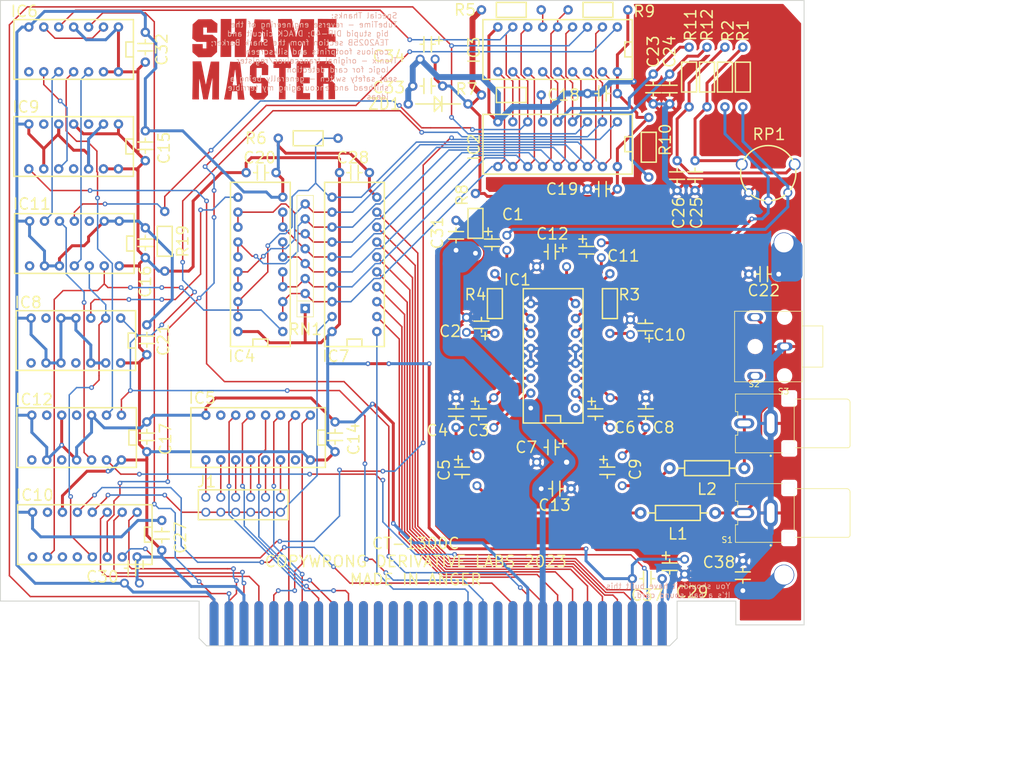
<source format=kicad_pcb>
(kicad_pcb (version 20211014) (generator pcbnew)
  (title_block (title "CT-1300C Shame Master") (date "2023-02-07") (rev "1") (company "Derivative Labs, Inc."))
  (layers (0 "F.Cu" signal) (31 "B.Cu" signal) (34 "B.Paste" user) (35 "F.Paste" user) (36 "B.SilkS" user "B.Silkscreen") (37 "F.SilkS" user "F.Silkscreen") (38 "B.Mask" user) (39 "F.Mask" user) (44 "Edge.Cuts" user))
  (net 0 "")
  (net 1 "/ISA_RST")
  (net 9 "/IOW")
  (net 10 "/IOR")
  (net 26 "/ISA_IO_CH_RDY")
  (net 27 "/ISA_AEN")
  (net 36 "Net-(C1-Pad2)")
  (net 37 "Net-(C2-Pad1)")
  (net 38 "Net-(C3-Pad2)")
  (net 39 "Net-(C3-Pad1)")
  (net 40 "Net-(C5-Pad2)")
  (net 41 "Net-(C6-Pad2)")
  (net 42 "Net-(C6-Pad1)")
  (net 43 "Net-(C9-Pad2)")
  (net 44 "Net-(C10-Pad1)")
  (net 45 "Net-(C11-Pad2)")
  (net 46 "Net-(C12-Pad1)")
  (net 49 "/ISA_A01")
  (net 50 "/ISA_A00")
  (net 51 "/LEFT_RAW")
  (net 52 "/RIGHT_RAW")
  (net 53 "Net-(C25-Pad1)")
  (net 54 "Net-(C26-Pad1)")
  (net 55 "/CHASSIS")
  (net 56 "Net-(IC1-Pad6)")
  (net 57 "Net-(IC1-Pad11)")
  (net 58 "Net-(IC6-Pad9)")
  (net 60 "/2x0_2x1")
  (net 61 "Net-(IC2-Pad6)")
  (net 62 "/~{DTACK}")
  (net 63 "Net-(L2-Pad1)")
  (net 64 "Net-(L1-Pad1)")
  (net 65 "/DB0")
  (net 66 "/DB1")
  (net 67 "/DB2")
  (net 68 "/DB3")
  (net 69 "/DB4")
  (net 70 "/DB5")
  (net 71 "/DB6")
  (net 72 "/DB7")
  (net 73 "/2x2_2x3")
  (net 74 "Net-(IC3-Pad6)")
  (net 75 "/GND")
  (net 76 "/VCC")
  (net 77 "/2xA_2xB")
  (net 78 "/+12V")
  (net 79 "/ISA_CLK")
  (net 80 "/RIGHT_IN")
  (net 81 "/AGND")
  (net 82 "/LEFT_IN")
  (net 83 "/SAA_CLK")
  (net 84 "/REG_CLOCK")
  (net 85 "/ISA_A04")
  (net 86 "/ISA_A05")
  (net 87 "/ISA_A06")
  (net 88 "/ISA_A08")
  (net 89 "/ISA_A07")
  (net 91 "/ISA_A09")
  (net 92 "Net-(IC5-Pad9)")
  (net 93 "Net-(IC5-Pad10)")
  (net 94 "Net-(IC5-Pad11)")
  (net 95 "Net-(IC5-Pad12)")
  (net 96 "Net-(IC5-Pad13)")
  (net 98 "Net-(IC6-Pad2)")
  (net 99 "Net-(IC11-Pad6)")
  (net 100 "Net-(IC12-Pad2)")
  (net 102 "Net-(IC11-Pad11)")
  (net 103 "/D0")
  (net 104 "/D1")
  (net 105 "/D2")
  (net 112 "/D3")
  (net 113 "/D4")
  (net 114 "/D5")
  (net 115 "/D6")
  (net 116 "/D7")
  (net 117 "/2x6_2x7")
  (net 120 "/ISA_A02")
  (net 123 "/ISA_A03")
  (net 124 "/ADDR_RANGE")
  (net 131 "/~{RESET}")
  (net 132 "/+5VD")
  (net 133 "Net-(IC5-Pad14)")
  (footprint "gameblaster:BUS_PC" (layer "F.Cu") (at 135.128 134.62)
    (fp_text reference "BUS1" hide)
    (fp_text value "BUSPC")
  )
  (footprint "gameblaster:MNT_KEYSTONE_9202" (layer "F.Cu") (at 193.929 69.85)
    (fp_text reference "F1" hide)
    (fp_text value "MountingHole" hide)
  )
  (footprint "gameblaster:RESA400" (layer "F.Cu") (at 144.78 75.1205 -90)
    (fp_text reference "R4")
    (fp_text value "1K")
  )
  (footprint "gameblaster:CAPAC200" (layer "F.Cu") (at 85.344 50.8 -90)
    (fp_text reference "C15")
    (fp_text value "0.1uF")
  )
  (footprint "gameblaster:CAPAC200" (layer "F.Cu") (at 85.344 34.036 -90)
    (fp_text reference "C32")
    (fp_text value "0.1uF")
  )
  (footprint "gameblaster:CUI_RCJ-043" (layer "F.Cu") (at 195.676 100.584)
    (fp_text reference "S2")
    (fp_text value "RCA Jack Left")
    (fp_line (start -1.7 5.15) (end 0 5.15) (layer "Edge.Cuts") (width 0.01))
    (fp_line (start 0 -3.35) (end 0 -5.15) (layer "Edge.Cuts") (width 0.01))
    (fp_line (start -1.7 -3.35) (end 0 -3.35) (layer "Edge.Cuts") (width 0.01))
    (fp_line (start -1.7 -5.15) (end -1.7 -3.35) (layer "Edge.Cuts") (width 0.01))
    (fp_line (start 0 3.35) (end -1.7 3.35) (layer "Edge.Cuts") (width 0.01))
    (fp_line (start -1.7 3.35) (end -1.7 5.15) (layer "Edge.Cuts") (width 0.01))
    (fp_line (start 0 5.15) (end 0 3.35) (layer "Edge.Cuts") (width 0.01))
    (fp_line (start 0 -5.15) (end -1.7 -5.15) (layer "Edge.Cuts") (width 0.01))
  )
  (footprint "gameblaster:CAPAC200" (layer "F.Cu") (at 152.654 111.6965)
    (fp_text reference "C13")
    (fp_text value "0.1uF")
  )
  (footprint "gameblaster:GB_BOURNS_PDB08-DUAL" (layer "F.Cu") (at 191.262 58.006 180)
    (fp_text reference "RP1")
    (fp_text value "50K")
  )
  (footprint "gameblaster:RESA400" (layer "F.Cu") (at 186.944 36.576 -90)
    (fp_text reference "R1")
    (fp_text value "15K")
  )
  (footprint "gameblaster:CAPAC200" (layer "F.Cu") (at 174.498 41.148 -90)
    (fp_text reference "C24")
    (fp_text value "680pF")
  )
  (footprint "gameblaster:DIP254P762X635-16" (layer "F.Cu") (at 113.411 99.187 -90)
    (fp_text reference "IC5")
    (fp_text value "74LS138")
  )
  (footprint "gameblaster:CAPAC200" (layer "F.Cu") (at 85.598 83.82 -90)
    (fp_text reference "C21")
    (fp_text value "0.1uF")
  )
  (footprint "gameblaster:RESA400" (layer "F.Cu") (at 142.494 44.704)
    (fp_text reference "R7")
    (fp_text value "10K")
  )
  (footprint "gameblaster:DIOA400" (layer "F.Cu") (at 140.208 46.228 180)
    (fp_text reference "ZD1")
    (fp_text value "5.1V")
  )
  (footprint "gameblaster:DIP254P762X635-18" (layer "F.Cu") (at 165.608 33.147 -90)
    (fp_text reference "IC3")
    (fp_text value "SAA1099")
  )
  (footprint "gameblaster:CAPAP200" (layer "F.Cu") (at 166.4335 106.1085 -90)
    (fp_text reference "C9")
    (fp_text value "470uF 16V")
  )
  (footprint "gameblaster:RESA400" (layer "F.Cu") (at 170.942 48.514 -90)
    (fp_text reference "R10")
    (fp_text value "1K")
  )
  (footprint "gameblaster:CAPAC200" (layer "F.Cu") (at 171.704 41.148 -90)
    (fp_text reference "C23")
    (fp_text value "680pF")
  )
  (footprint "gameblaster:RESA400" (layer "F.Cu") (at 118.11 52.07 180)
    (fp_text reference "R6")
    (fp_text value "4.7K")
  )
  (footprint "gameblaster:CAPAC200" (layer "F.Cu") (at 135.89 43.18 180)
    (fp_text reference "C33")
    (fp_text value "0.1uF")
  )
  (footprint "gameblaster:CAPAC200" (layer "F.Cu") (at 170.434 101.2825 90)
    (fp_text reference "C8")
    (fp_text value "0.1uF")
  )
  (footprint "gameblaster:CUI_SJ1-3553NG" (layer "F.Cu") (at 194.04 87.503 180)
    (fp_text reference "S3")
    (fp_text value "3.5mm jack")
  )
  (footprint "gameblaster:DIP254P762X635-16" (layer "F.Cu") (at 158.496 97.9805 180)
    (fp_text reference "IC1")
    (fp_text value "TEA2025")
  )
  (footprint "gameblaster:CAPAC200" (layer "F.Cu") (at 118.364 57.912)
    (fp_text reference "C28")
    (fp_text value "0.1uF")
  )
  (footprint "gameblaster:CAPAC200" (layer "F.Cu") (at 187.96 75.184)
    (fp_text reference "C22")
    (fp_text value "680pF")
  )
  (footprint "gameblaster:CAPAP100" (layer "F.Cu") (at 177.038 123.698 -90)
    (fp_text reference "C29")
    (fp_text value "10uF 16V")
  )
  (footprint "gameblaster:CAPAP200" (layer "F.Cu") (at 156.972 107.188 180)
    (fp_text reference "C7")
    (fp_text value "100uF 16V")
  )
  (footprint "gameblaster:CAPAC200" (layer "F.Cu") (at 173.228 127 180)
    (fp_text reference "C37")
    (fp_text value "680pF")
  )
  (footprint "gameblaster:DIP254P762X635-14" (layer "F.Cu") (at 81.28 99.187 -90)
    (fp_text reference "IC12")
    (fp_text value "74LS14")
  )
  (footprint "gameblaster:DIP254P762X635-14" (layer "F.Cu") (at 80.899 66.167 -90)
    (fp_text reference "IC11")
    (fp_text value "74LS08")
  )
  (footprint "gameblaster:RESA400" (layer "F.Cu") (at 177.8 36.576 -90)
    (fp_text reference "R11")
    (fp_text value "10K")
  )
  (footprint "gameblaster:CAPAC200" (layer "F.Cu") (at 88.138 117.094 -90)
    (fp_text reference "C27")
    (fp_text value "0.1uF")
  )
  (footprint "Resistor_THT:R_Array_SIP8" (layer "F.Cu") (at 112.522 81.026 90)
    (fp_text reference "RN1")
    (fp_text value "4.7K")
  )
  (footprint "gameblaster:DIP254P762X635-16" (layer "F.Cu") (at 83.947 115.697 -90)
    (fp_text reference "IC10")
    (fp_text value "74LS138")
  )
  (footprint "gameblaster:RESA400" (layer "F.Cu") (at 183.896 36.576 -90)
    (fp_text reference "R2")
    (fp_text value "15K")
  )
  (footprint "gameblaster:CAPAP100" (layer "F.Cu") (at 146.812 68.58 -90)
    (fp_text reference "C1")
    (fp_text value "10uF 16V")
  )
  (footprint "gameblaster:DIP254P762X635-14" (layer "F.Cu") (at 81.153 82.677 -90)
    (fp_text reference "IC8")
    (fp_text value "74LS32")
  )
  (footprint "gameblaster:DIP254P762X635-18" (layer "F.Cu") (at 165.608 49.276 -90)
    (fp_text reference "IC2")
    (fp_text value "SAA1099")
  )
  (footprint "gameblaster:CAPAC200" (layer "F.Cu") (at 175.768 55.88 -90)
    (fp_text reference "C26")
    (fp_text value "680pF")
  )
  (footprint "gameblaster:CAPAP200" (layer "F.Cu") (at 144.5895 96.2025 -90)
    (fp_text reference "C3")
    (fp_text value "100uF 16V")
  )
  (footprint "gameblaster:CAPAC200" (layer "F.Cu") (at 178.816 55.88 -90)
    (fp_text reference "C25")
    (fp_text value "680pF")
  )
  (footprint "gameblaster:RESA400" (layer "F.Cu") (at 164.338 75.1205 -90)
    (fp_text reference "R3")
    (fp_text value "1K")
  )
  (footprint "gameblaster:CAPAP100" (layer "F.Cu") (at 162.8775 69.85 -90)
    (fp_text reference "C11")
    (fp_text value "10uF 16V")
  )
  (footprint "gameblaster:CAPAC200" (layer "F.Cu") (at 85.344 67.31 -90)
    (fp_text reference "C16")
    (fp_text value "0.1uF")
  )
  (footprint "gameblaster:RESA400" (layer "F.Cu") (at 142.494 30.226)
    (fp_text reference "R5")
    (fp_text value "10K")
  )
  (footprint "gameblaster:CAPAC200" (layer "F.Cu") (at 165.608 60.706 180)
    (fp_text reference "C19")
    (fp_text value "0.1uF")
  )
  (footprint "gameblaster:CAPAC200" (layer "F.Cu") (at 186.944 123.952 -90)
    (fp_text reference "C38")
    (fp_text value "680pF")
  )
  (footprint "gameblaster:CAPAC200" (layer "F.Cu") (at 160.528 44.45)
    (fp_text reference "C18")
    (fp_text value "0.1uF")
  )
  (footprint "gameblaster:CAPAP100" (layer "F.Cu") (at 167.8305 85.471 90)
    (fp_text reference "C10")
    (fp_text value "47uF 16V")
  )
  (footprint "gameblaster:DIP254P762X635-14" (layer "F.Cu") (at 80.772 49.657 -90)
    (fp_text reference "IC9")
    (fp_text value "74LS125")
  )
  (footprint "gameblaster:CUI_RCJ-042" (layer "F.Cu") (at 195.676 115.824)
    (fp_text reference "S1")
    (fp_text value "RCA Jack Right")
    (fp_line (start 0 3.35) (end -1.7 3.35) (layer "Edge.Cuts") (width 0.01))
    (fp_line (start -1.7 -3.35) (end 0 -3.35) (layer "Edge.Cuts") (width 0.01))
    (fp_line (start 0 5.15) (end 0 3.35) (layer "Edge.Cuts") (width 0.01))
    (fp_line (start 0 -3.35) (end 0 -5.15) (layer "Edge.Cuts") (width 0.01))
    (fp_line (start -1.7 3.35) (end -1.7 5.15) (layer "Edge.Cuts") (width 0.01))
    (fp_line (start -1.7 -5.15) (end -1.7 -3.35) (layer "Edge.Cuts") (width 0.01))
    (fp_line (start 0 -5.15) (end -1.7 -5.15) (layer "Edge.Cuts") (width 0.01))
    (fp_line (start -1.7 5.15) (end 0 5.15) (layer "Edge.Cuts") (width 0.01))
  )
  (footprint "gameblaster:RESA400" (layer "F.Cu") (at 88.646 74.676 90)
    (fp_text reference "R19")
    (fp_text value "4.7K")
  )
  (footprint "gameblaster:CAPAC200" (layer "F.Cu") (at 138.176 71.12 90)
    (fp_text reference "C31")
    (fp_text value "0.1uF")
  )
  (footprint "gameblaster:CAPAP200" (layer "F.Cu") (at 164.4015 96.2025 -90)
    (fp_text reference "C6")
    (fp_text value "100uF 16V")
  )
  (footprint "gameblaster:CAPAC200" (layer "F.Cu") (at 107.569 57.912 180)
    (fp_text reference "C20")
    (fp_text value "0.1uF")
  )
  (footprint "gameblaster:DIP254P762X635-14" (layer "F.Cu") (at 80.772 33.147 -90)
    (fp_text reference "IC6")
    (fp_text value "74LS74")
  )
  (footprint "gameblaster:RESA400" (layer "F.Cu") (at 180.848 36.576 -90)
    (fp_text reference "R12")
    (fp_text value "10K")
  )
  (footprint "gameblaster:CAPAC200" (layer "F.Cu") (at 85.598 100.33 -90)
    (fp_text reference "C17")
    (fp_text value "0.1uF")
  )
  (footprint "gameblaster:DIP254P762X635-20" (layer "F.Cu") (at 124.714 84.963 180)
    (fp_text reference "IC7")
    (fp_text value "74LS245")
  )
  (footprint "gameblaster:CAPAP200" (layer "F.Cu") (at 141.732 106.1085 -90)
    (fp_text reference "C5")
    (fp_text value "470uF 16V")
  )
  (footprint "gameblaster:RESA400" (layer "F.Cu") (at 141.478 71.628 90)
    (fp_text reference "R8")
    (fp_text value "10K")
  )
  (footprint "gameblaster:CAPAC200" (layer "F.Cu") (at 138.176 101.2825 90)
    (fp_text reference "C4")
    (fp_text value "0.1uF")
  )
  (footprint "gameblaster:CAPAP100" (layer "F.Cu") (at 139.954 85.09 90)
    (fp_text reference "C2")
    (fp_text value "47uF 16V")
  )
  (footprint "gameblaster:CAPAP100" (layer "F.Cu") (at 134.62 38.608 180)
    (fp_text reference "C34")
    (fp_text value "10uF 16V")
  )
  (footprint "gameblaster:CAPAP100" (layer "F.Cu") (at 84.328 127.762 180)
    (fp_text reference "C30")
    (fp_text value "10uF 16V")
  )
  (footprint "gameblaster:CAPAP200" (layer "F.Cu") (at 156.972 73.914 180)
    (fp_text reference "C12")
    (fp_text value "100uF 16V")
  )
  (footprint "gameblaster:DIP254P762X635-20" (layer "F.Cu") (at 108.712 84.963 180)
    (fp_text reference "IC4")
    (fp_text value "74LS374")
  )
  (footprint "gameblaster:RESA400" (layer "F.Cu") (at 167.386 30.226 180)
    (fp_text reference "R9")
    (fp_text value "1K")
  )
  (footprint "gameblaster:INDA500P780X750" (layer "F.Cu") (at 182.245 115.824 180)
    (fp_text reference "L1")
    (fp_text value "Ferrite_Bead_Small")
  )
  (footprint "gameblaster:CAPAC200" (layer "F.Cu") (at 117.602 100.33 -90)
    (fp_text reference "C14")
    (fp_text value "0.1uF")
  )
  (footprint "gameblaster:SB_HDR_2X6" (layer "F.Cu") (at 95.631 115.697)
    (fp_text reference "J1")
    (fp_text value "Conn_02x06_Odd_Even")
  )
  (footprint "gameblaster:INDA500P780X750" (layer "F.Cu") (at 187.198 108.204 180)
    (fp_text reference "L2")
    (fp_text value "Ferrite_Bead_Small")
  )
  (gr_poly (pts (xy 104.164254 31.82942) (xy 104.422857 31.837895) (xy 105.026264 31.848813) (xy 105.744605 31.851687) (xy 106.577877 31.846519) (xy 107.462867 38.301208) (xy 105.635409 38.255234) (xy 105.629368 38.144609) (xy 105.622675 38.005826) (xy 105.607057 37.643787) (xy 105.591068 37.277144) (xy 105.577949 37.01395) (xy 105.376813 37.010498) (xy 105.17568 37.009348) (xy 104.974547 37.010498) (xy 104.773411 37.01395) (xy 104.669967 38.282819) (xy 102.693102 38.255234) (xy 102.873407 37.502991) (xy 103.046527 36.735807) (xy 103.212463 35.953682) (xy 103.263166 35.699108) (xy 104.899837 35.699108) (xy 105.091634 35.707151) (xy 105.253258 35.712898) (xy 105.384714 35.716347) (xy 105.486001 35.717498) (xy 105.442184 35.169835) (xy 105.391182 34.639412) (xy 105.332997 34.126231) (xy 105.267628 33.630295) (xy 105.256133 33.630295) (xy 105.202796 33.873809) (xy 105.151974 34.121633) (xy 105.103665 34.373768) (xy 105.057872 34.630213) (xy 105.014592 34.89097) (xy 104.973826 35.156038) (xy 104.935575 35.425417) (xy 104.899837 35.699108) (xy 103.263166 35.699108) (xy 103.371214 35.156615) (xy 103.522782 34.344607) (xy 103.667167 33.517658) (xy 103.804368 32.675767) (xy 103.934386 31.818935)) (layer "F.Cu") (width 0) (fill solid))
  (gr_poly (pts (xy 117.551772 39.793052) (xy 117.533383 41.797502) (xy 117.055263 42.294009) (xy 117.588551 42.790537) (xy 117.606949 45.411027) (xy 116.485187 45.429416) (xy 116.466798 42.799722) (xy 115.62088 42.790537) (xy 115.62088 45.484585) (xy 114.508323 45.466196) (xy 114.497841 41.760723) (xy 115.62088 41.760723) (xy 116.457605 41.760723) (xy 116.457605 40.124054) (xy 115.630075 40.124054) (xy 115.62088 41.760723) (xy 114.497841 41.760723) (xy 114.489934 38.965533) (xy 116.77942 38.947133)) (layer "F.Cu") (width 0) (fill solid))
  (gr_poly (pts (xy 100.019738 39.045976) (xy 100.13295 39.052299) (xy 100.238119 39.05747) (xy 100.33811 39.061493) (xy 100.435804 39.06437) (xy 100.5312 39.066098) (xy 100.624299 39.066675) (xy 100.716821 39.066387) (xy 100.810489 39.065523) (xy 100.905306 39.064082) (xy 101.001275 39.062063) (xy 101.101847 39.060055) (xy 101.21046 39.05862) (xy 101.327117 39.057758) (xy 101.451818 39.05747) (xy 102.20578 45.512159) (xy 101.084027 45.47539) (xy 101.057598 45.105302) (xy 101.033461 44.749014) (xy 101.009321 44.404208) (xy 100.982895 44.0686) (xy 100.758774 44.065148) (xy 100.536951 44.063998) (xy 100.317426 44.065148) (xy 100.100197 44.0686) (xy 100.026639 44.762791) (xy 99.98756 45.122543) (xy 99.943886 45.49378) (xy 98.730186 45.466196) (xy 98.881894 44.696137) (xy 99.024419 43.949068) (xy 99.092512 43.578977) (xy 99.158886 43.20429) (xy 99.182394 43.06638) (xy 100.18295 43.06638) (xy 100.286679 43.066667) (xy 100.386382 43.067526) (xy 100.482059 43.068961) (xy 100.573713 43.070972) (xy 100.66308 43.07298) (xy 100.751869 43.074416) (xy 100.840081 43.075278) (xy 100.927717 43.075565) (xy 100.785192 41.682563) (xy 100.715091 41.037783) (xy 100.642688 40.418287) (xy 100.58751 40.418287) (xy 100.385235 41.705554) (xy 100.284085 42.372168) (xy 100.18295 43.06638) (xy 99.182394 43.06638) (xy 99.223538 42.825007) (xy 99.286465 42.441126) (xy 99.409444 41.653833) (xy 99.530121 40.836653) (xy 99.589886 40.411686) (xy 99.649653 39.968901) (xy 99.769185 39.029886)) (layer "F.Cu") (width 0) (fill solid))
  (gr_poly (pts (xy 95.613169 42.89167) (xy 95.649948 42.89167) (xy 96.477478 39.020691) (xy 97.902657 39.020691) (xy 97.856683 45.47539) (xy 96.716532 45.47539) (xy 96.762505 41.852661) (xy 96.734921 41.852661) (xy 96.634936 42.265278) (xy 96.537245 42.684791) (xy 96.44185 43.111198) (xy 96.348751 43.544498) (xy 96.157959 44.461669) (xy 95.953375 45.466196) (xy 95.190209 45.457001) (xy 94.859208 43.613454) (xy 94.702892 42.768692) (xy 94.624734 42.364412) (xy 94.546576 41.972202) (xy 94.519001 41.981397) (xy 94.510092 42.136559) (xy 94.501757 42.307809) (xy 94.493998 42.495149) (xy 94.486815 42.698579) (xy 94.474176 43.135331) (xy 94.463823 43.599667) (xy 94.456933 44.080094) (xy 94.454638 44.565108) (xy 94.454638 45.466196) (xy 93.332876 45.457001) (xy 93.344372 44.530634) (xy 93.36047 43.66403) (xy 93.37656 42.842245) (xy 93.388055 42.050354) (xy 93.394944 41.280296) (xy 93.397239 40.524031) (xy 93.39609 40.146761) (xy 93.392643 39.764317) (xy 93.386897 39.376703) (xy 93.37885 38.983922) (xy 94.831624 38.974718)) (layer "F.Cu") (width 0) (fill solid))
  (gr_poly (pts (xy 97.60152 32.563711) (xy 97.567043 34.108413) (xy 95.820046 34.108413) (xy 95.820046 33.21652) (xy 95.187918 33.21652) (xy 95.187918 34.448619) (xy 96.762505 34.457824) (xy 97.555557 35.129032) (xy 97.544061 37.40013) (xy 96.57862 38.264429) (xy 94.337407 38.292013) (xy 93.36047 37.436909) (xy 93.337468 36.039305) (xy 95.095971 36.039305) (xy 95.107467 36.784081) (xy 95.728109 36.793266) (xy 95.739605 35.671524) (xy 94.07305 35.662319) (xy 93.325982 35.119838) (xy 93.383452 32.683233) (xy 94.337407 31.82813) (xy 96.601602 31.80973)) (layer "F.Cu") (width 0) (fill solid))
  (gr_poly (pts (xy 106.251459 39.728688) (xy 106.223884 41.319374) (xy 105.148096 41.319374) (xy 105.148096 40.105664) (xy 104.256204 40.105664) (xy 104.247008 41.779112) (xy 105.626224 41.788297) (xy 106.214679 42.431941) (xy 106.205484 44.68465) (xy 105.497497 45.47539) (xy 103.851634 45.502974) (xy 103.125256 44.721419) (xy 103.106867 43.250265) (xy 104.19184 43.250265) (xy 104.201044 44.344443) (xy 105.083732 44.353629) (xy 105.092928 42.726174) (xy 103.667747 42.71697) (xy 103.097672 42.174487) (xy 103.143646 39.848221) (xy 103.851634 39.039081) (xy 105.515887 39.020691)) (layer "F.Cu") (width 0) (fill solid))
  (gr_poly (pts (xy 117.841412 31.772951) (xy 117.829916 33.19813) (xy 116.519665 33.188946) (xy 116.508171 34.347477) (xy 117.680499 34.365866) (xy 117.680499 35.662319) (xy 116.496674 35.671524) (xy 116.473691 36.830055) (xy 117.772445 36.839239) (xy 117.737958 38.24605) (xy 114.588775 38.218455) (xy 114.611762 37.386911) (xy 114.634748 36.032412) (xy 114.680721 31.754571)) (layer "F.Cu") (width 0) (fill solid))
  (gr_poly (pts (xy 113.42334 38.983922) (xy 113.414156 40.07809) (xy 112.20964 40.068895) (xy 112.200446 41.705554) (xy 113.294613 41.714749) (xy 113.294613 42.71697) (xy 112.19125 42.726174) (xy 112.172861 44.372027) (xy 113.368182 44.381212) (xy 113.349792 45.457001) (xy 111.01433 45.429416) (xy 111.030418 44.530631) (xy 111.041904 43.710004) (xy 111.060303 42.183682) (xy 111.067199 41.430861) (xy 111.069499 40.661953) (xy 111.071798 39.84937) (xy 111.078693 38.965533)) (layer "F.Cu") (width 0) (fill solid))
  (gr_poly (pts (xy 102.481196 33.663623) (xy 102.443128 35.391081) (xy 102.429479 36.918556) (xy 102.440251 38.24605) (xy 100.543847 38.255234) (xy 100.555333 35.653134) (xy 99.957673 35.653134) (xy 99.946177 38.22765) (xy 98.118729 38.24605) (xy 98.15896 33.749819) (xy 98.164703 31.772951) (xy 99.969179 31.772951) (xy 99.957673 34.301503) (xy 100.566829 34.292308) (xy 100.589821 31.754571) (xy 102.543685 31.736182)) (layer "F.Cu") (width 0) (fill solid))
  (gr_poly (pts (xy 110.104048 40.105664) (xy 109.20297 40.105664) (xy 109.175386 45.438611) (xy 108.053634 45.457001) (xy 108.072023 43.985848) (xy 108.080062 43.362904) (xy 108.0858 42.762943) (xy 108.095005 41.549243) (xy 108.098452 40.87573) (xy 108.099597 40.105664) (xy 107.134157 40.105664) (xy 107.134157 39.011497) (xy 110.104048 39.011497)) (layer "F.Cu") (width 0) (fill solid))
  (gr_poly (pts (xy 110.979852 34.843994) (xy 110.991338 34.843994) (xy 111.772893 31.80973) (xy 114.037089 31.80973) (xy 113.979618 38.264429) (xy 112.117692 38.264429) (xy 112.175162 35.561176) (xy 112.163666 35.561176) (xy 112.090036 35.792338) (xy 112.012815 36.05367) (xy 111.932002 36.345173) (xy 111.847598 36.666846) (xy 111.759602 37.018689) (xy 111.668015 37.400702) (xy 111.572837 37.812884) (xy 111.474068 38.255234) (xy 110.313236 38.24605) (xy 110.159504 37.440931) (xy 110.020146 36.754197) (xy 109.895159 36.185848) (xy 109.784542 35.735887) (xy 109.773045 35.735887) (xy 109.743952 36.046779) (xy 109.719887 36.358822) (xy 109.70085 36.672015) (xy 109.686841 36.986359) (xy 109.67786 37.301854) (xy 109.673908 37.618498) (xy 109.674984 37.936292) (xy 109.681088 38.255234) (xy 107.865135 38.24605) (xy 107.884006 37.471388) (xy 107.917236 35.901383) (xy 107.944344 34.396899) (xy 107.948165 33.992043) (xy 107.945587 33.818782) (xy 107.942714 33.761674) (xy 107.939842 33.647817) (xy 107.934095 33.249857) (xy 107.928347 32.624903) (xy 107.922595 31.772951) (xy 110.232775 31.763766)) (layer "F.Cu") (width 0) (fill solid))
  (gr_line (start 197.358 28.618) (end 60.706 28.618) (layer "Edge.Cuts") (width 0.15))
  (gr_line (start 175.768 137.16) (end 175.768 130.81) (layer "Edge.Cuts") (width 0.15))
  (gr_line (start 197.358 134.864) (end 185.748 134.864) (layer "Edge.Cuts") (width 0.15))
  (gr_line (start 174.498 138.43) (end 175.768 137.16) (layer "Edge.Cuts") (width 0.15))
  (gr_line (start 95.758 138.43) (end 174.498 138.43) (layer "Edge.Cuts") (width 0.15))
  (gr_line (start 60.706 28.618) (end 60.706 130.81) (layer "Edge.Cuts") (width 0.15))
  (gr_line (start 197.358 130.81) (end 197.358 134.864) (layer "Edge.Cuts") (width 0.15))
  (gr_line (start 94.488 130.81) (end 60.706 130.81) (layer "Edge.Cuts") (width 0.15))
  (gr_line (start 94.488 130.81) (end 94.488 137.16) (layer "Edge.Cuts") (width 0.15))
  (gr_line (start 175.768 130.81) (end 185.748 130.81) (layer "Edge.Cuts") (width 0.15))
  (gr_line (start 94.488 137.16) (end 95.758 138.43) (layer "Edge.Cuts") (width 0.15))
  (gr_line (start 197.358 130.81) (end 197.358 28.618) (layer "Edge.Cuts") (width 0.15))
  (gr_line (start 185.748 130.81) (end 185.748 134.864) (layer "Edge.Cuts") (width 0.15))
  (gr_text "Special Thanks:\nTubeTime - reverse engineering of the\n  big stupid DIP-40; DTACK circuit and\n  TEA2025B section from the Snark Barker;\n  copious footprints and silkscreen\nTronix - original transceiver/register\n  logic for card detection\nseat safety switch - generally being a\n  shithead and encouraging my terrible\n  ideas" (at 128.27 38.1) (layer "B.SilkS") (effects (font (size 0.9525 0.9525) (thickness 0.127)) (justify left mirror)))
  (gr_text "You shouldn't have built this.\nIt's a bad sound card." (at 184.912 129.032) (layer "B.SilkS") (effects (font (size 0.9525 0.9525) (thickness 0.127)) (justify left mirror)))
  (gr_text "CT-1300C\nCOPYWRONG DERIVATIVE LABS 2023\nMADE IN ANGER" (at 131.318 124.079) (layer "F.SilkS") (effects (font (size 1.905 1.905) (thickness 0.254))))
  (segment (start 137.922 122.8715) (end 137.9865 122.936) (width 0.25) (layer "F.Cu") (net 1))
  (segment (start 167.894 122.936) (end 170.18 125.222) (width 0.25) (layer "F.Cu") (net 1))
  (segment (start 125.73 110.236) (end 125.476 110.236) (width 0.25) (layer "F.Cu") (net 1))
  (segment (start 137.9865 122.936) (end 167.894 122.936) (width 0.25) (layer "F.Cu") (net 1))
  (segment (start 81.153 109.22) (end 78.74 106.807) (width 0.25) (layer "F.Cu") (net 1))
  (segment (start 124.46 109.22) (end 113.284 109.22) (width 0.25) (layer "F.Cu") (net 1))
  (segment (start 125.476 110.236) (end 124.46 109.22) (width 0.25) (layer "F.Cu") (net 1))
  (segment (start 84.328 109.22) (end 81.153 109.22) (width 0.25) (layer "F.Cu") (net 1))
  (via (at 125.73 110.236) (size 0.8) (drill 0.4) (layers "F.Cu" "B.Cu") (net 1))
  (via (at 113.284 109.22) (size 0.8) (drill 0.4) (layers "F.Cu" "B.Cu") (net 1))
  (via (at 170.18 125.222) (size 0.8) (drill 0.4) (layers "F.Cu" "B.Cu") (net 1))
  (via (at 84.328 109.22) (size 0.8) (drill 0.4) (layers "F.Cu" "B.Cu") (net 1))
  (via (at 137.922 122.8715) (size 0.8) (drill 0.4) (layers "F.Cu" "B.Cu") (net 1))
  (segment (start 170.688 135.001) (end 170.688 129.794) (width 0.25) (layer "B.Cu") (net 1))
  (segment (start 113.284 109.22) (end 84.328 109.22) (width 0.25) (layer "B.Cu") (net 1))
  (segment (start 125.73 110.236) (end 125.73 117.348) (width 0.25) (layer "B.Cu") (net 1))
  (segment (start 125.73 117.348) (end 131.064 122.682) (width 0.25) (layer "B.Cu") (net 1))
  (segment (start 170.688 125.73) (end 170.18 125.222) (width 0.25) (layer "B.Cu") (net 1))
  (segment (start 170.688 129.794) (end 170.688 125.73) (width 0.25) (layer "B.Cu") (net 1))
  (segment (start 131.2535 122.8715) (end 137.922 122.8715) (width 0.25) (layer "B.Cu") (net 1))
  (segment (start 131.064 122.682) (end 131.2535 122.8715) (width 0.25) (layer "B.Cu") (net 1))
  (segment (start 132.334 51.054) (end 128.6689 47.3889) (width 0.25) (layer "F.Cu") (net 9))
  (segment (start 128.6689 47.3889) (end 108.0591 47.3889) (width 0.25) (layer "F.Cu") (net 9))
  (segment (start 163.068 33.147) (end 161.943 34.272) (width 0.25) (layer "F.Cu") (net 9))
  (segment (start 161.943 41.545604) (end 163.068 42.670604) (width 0.25) (layer "F.Cu") (net 9))
  (segment (start 161.943 34.272) (end 161.943 41.545604) (width 0.25) (layer "F.Cu") (net 9))
  (segment (start 163.068 42.670604) (end 163.068 49.276) (width 0.25) (layer "F.Cu") (net 9))
  (segment (start 91.694 62.738) (end 91.694 73.152) (width 0.25) (layer "F.Cu") (net 9))
  (segment (start 126.238 125.984) (end 123.952 123.698) (width 0.25) (layer "F.Cu") (net 9))
  (segment (start 81.28 96.52) (end 81.28 99.187) (width 0.25) (layer "F.Cu") (net 9))
  (segment (start 122.682 99.314) (end 122.682 107.442) (width 0.25) (layer "F.Cu") (net 9))
  (segment (start 93.726 78.232) (end 88.138 83.82) (width 0.25) (layer "F.Cu") (net 9))
  (segment (start 118.364 94.996) (end 109.474 94.996) (width 0.25) (layer "F.Cu") (net 9))
  (segment (start 107.0431 47.3889) (end 91.694 62.738) (width 0.25) (layer "F.Cu") (net 9))
  (segment (start 123.952 123.698) (end 122.936 123.698) (width 0.25) (layer "F.Cu") (net 9))
  (segment (start 82.677 95.123) (end 81.28 96.52) (width 0.25) (layer "F.Cu") (net 9))
  (segment (start 82.804 94.996) (end 82.677 95.123) (width 0.25) (layer "F.Cu") (net 9))
  (segment (start 118.364 94.996) (end 122.682 99.314) (width 0.25) (layer "F.Cu") (net 9))
  (segment (start 108.0591 47.3889) (end 107.0431 47.3889) (width 0.25) (layer "F.Cu") (net 9))
  (via (at 91.694 73.152) (size 0.8) (drill 0.4) (layers "F.Cu" "B.Cu") (net 9))
  (via (at 122.936 123.698) (size 0.8) (drill 0.4) (layers "F.Cu" "B.Cu") (net 9))
  (via (at 88.138 83.82) (size 0.8) (drill 0.4) (layers "F.Cu" "B.Cu") (net 9))
  (via (at 122.682 107.442) (size 0.8) (drill 0.4) (layers "F.Cu" "B.Cu") (net 9))
  (via (at 109.474 94.996) (size 0.8) (drill 0.4) (layers "F.Cu" "B.Cu") (net 9))
  (via (at 126.238 125.984) (size 0.8) (drill 0.4) (layers "F.Cu" "B.Cu") (net 9))
  (via (at 132.334 51.054) (size 0.8) (drill 0.4) (layers "F.Cu" "B.Cu") (net 9))
  (via (at 93.726 78.232) (size 0.8) (drill 0.4) (layers "F.Cu" "B.Cu") (net 9))
  (via (at 82.804 94.996) (size 0.8) (drill 0.4) (layers "F.Cu" "B.Cu") (net 9))
  (segment (start 138.43 51.054) (end 132.334 51.054) (width 0.25) (layer "B.Cu") (net 9))
  (segment (start 160.528 51.816) (end 139.192 51.816) (width 0.25) (layer "B.Cu") (net 9))
  (segment (start 142.748 135.001) (end 142.748 130.556) (width 0.25) (layer "B.Cu") (net 9))
  (segment (start 109.474 94.996) (end 82.804 94.996) (width 0.25) (layer "B.Cu") (net 9))
  (segment (start 128.27 127.254) (end 127.508 127.254) (width 0.25) (layer "B.Cu") (net 9))
  (segment (start 139.192 51.816) (end 138.684 51.308) (width 0.25) (layer "B.Cu") (net 9))
  (segment (start 122.682 107.442) (end 122.682 123.444) (width 0.25) (layer "B.Cu") (net 9))
  (segment (start 82.804 86.868) (end 84.074 85.598) (width 0.25) (layer "B.Cu") (net 9))
  (segment (start 86.36 85.598) (end 84.074 85.598) (width 0.25) (layer "B.Cu") (net 9))
  (segment (start 91.694 76.2) (end 93.726 78.232) (width 0.25) (layer "B.Cu") (net 9))
  (segment (start 127.508 127.254) (end 126.238 125.984) (width 0.25) (layer "B.Cu") (net 9))
  (segment (start 163.068 49.276) (end 160.528 51.816) (width 0.25) (layer "B.Cu") (net 9))
  (segment (start 138.684 51.308) (end 138.43 51.054) (width 0.25) (layer "B.Cu") (net 9))
  (segment (start 81.153 82.677) (end 84.074 85.598) (width 0.25) (layer "B.Cu") (net 9))
  (segment (start 82.804 94.996) (end 82.804 86.868) (width 0.25) (layer "B.Cu") (net 9))
  (segment (start 122.682 123.444) (end 122.936 123.698) (width 0.25) (layer "B.Cu") (net 9))
  (segment (start 139.446 127.254) (end 128.27 127.254) (width 0.25) (layer "B.Cu") (net 9))
  (segment (start 91.694 73.152) (end 91.694 75.946) (width 0.25) (layer "B.Cu") (net 9))
  (segment (start 142.748 130.556) (end 139.446 127.254) (width 0.25) (layer "B.Cu") (net 9))
  (segment (start 91.694 75.946) (end 91.694 76.2) (width 0.25) (layer "B.Cu") (net 9))
  (segment (start 88.138 83.82) (end 86.36 85.598) (width 0.25) (layer "B.Cu") (net 9))
  (segment (start 139.7 128.778) (end 140.208 129.286) (width 0.25) (layer "B.Cu") (net 10))
  (segment (start 124.714 84.963) (end 124.714 125.984) (width 0.25) (layer "B.Cu") (net 10))
  (segment (start 140.208 129.286) (end 140.208 135.001) (width 0.25) (layer "B.Cu") (net 10))
  (segment (start 127.508 128.778) (end 139.7 128.778) (width 0.25) (layer "B.Cu") (net 10))
  (segment (start 124.714 125.984) (end 127.508 128.778) (width 0.25) (layer "B.Cu") (net 10))
  (segment (start 119.126 93.472) (end 126.746 101.092) (width 0.25) (layer "F.Cu") (net 26))
  (segment (start 69.215 60.96) (end 75.946 60.96) (width 0.25) (layer "F.Cu") (net 26))
  (segment (start 65.532 57.277) (end 69.215 60.96) (width 0.25) (layer "F.Cu") (net 26))
  (segment (start 150.368 129.794) (end 150.368 135.001) (width 0.25) (layer "F.Cu") (net 26))
  (segment (start 149.098 128.524) (end 150.368 129.794) (width 0.25) (layer "F.Cu") (net 26))
  (segment (start 95.758 90.424) (end 98.806 93.472) (width 0.25) (layer "F.Cu") (net 26))
  (segment (start 98.806 93.472) (end 119.126 93.472) (width 0.25) (layer "F.Cu") (net 26))
  (segment (start 126.746 101.092) (end 126.746 123.19) (width 0.25) (layer "F.Cu") (net 26))
  (segment (start 95.758 62.738) (end 95.758 90.424) (width 0.25) (layer "F.Cu") (net 26))
  (via (at 126.746 123.19) (size 0.8) (drill 0.4) (layers "F.Cu" "B.Cu") (net 26))
  (via (at 149.098 128.524) (size 0.8) (drill 0.4) (layers "F.Cu" "B.Cu") (net 26))
  (via (at 75.946 60.96) (size 0.8) (drill 0.4) (layers "F.Cu" "B.Cu") (net 26))
  (via (at 95.758 62.738) (size 0.8) (drill 0.4) (layers "F.Cu" "B.Cu") (net 26))
  (segment (start 129.54 125.984) (end 146.558 125.984) (width 0.25) (layer "B.Cu") (net 26))
  (segment (start 146.558 125.984) (end 149.098 128.524) (width 0.25) (layer "B.Cu") (net 26))
  (segment (start 126.746 123.19) (end 128.778 125.222) (width 0.25) (layer "B.Cu") (net 26))
  (segment (start 93.98 60.96) (end 95.758 62.738) (width 0.25) (layer "B.Cu") (net 26))
  (segment (start 75.946 60.96) (end 93.98 60.96) (width 0.25) (layer "B.Cu") (net 26))
  (segment (start 128.778 125.222) (end 129.54 125.984) (width 0.25) (layer "B.Cu") (net 26))
  (segment (start 117.348 124.968) (end 120.142 127.762) (width 0.25) (layer "F.Cu") (net 27))
  (segment (start 106.426 124.206) (end 108.966 121.666) (width 0.25) (layer "F.Cu") (net 27))
  (segment (start 144.272 127.762) (end 147.828 131.318) (width 0.25) (layer "F.Cu") (net 27))
  (segment (start 105.156 124.206) (end 106.426 124.206) (width 0.25) (layer "F.Cu") (net 27))
  (segment (start 120.142 127.762) (end 144.272 127.762) (width 0.25) (layer "F.Cu") (net 27))
  (segment (start 147.828 131.318) (end 147.828 135.001) (width 0.25) (layer "F.Cu") (net 27))
  (segment (start 73.787 115.697) (end 76.708 112.776) (width 0.25) (layer "F.Cu") (net 27))
  (via (at 105.156 124.206) (size 0.8) (drill 0.4) (layers "F.Cu" "B.Cu") (net 27))
  (via (at 76.708 112.776) (size 0.8) (drill 0.4) (layers "F.Cu" "B.Cu") (net 27))
  (via (at 117.348 124.968) (size 0.8) (drill 0.4) (layers "F.Cu" "B.Cu") (net 27))
  (via (at 108.966 121.666) (size 0.8) (drill 0.4) (layers "F.Cu" "B.Cu") (net 27))
  (segment (start 77.978 111.506) (end 89.662 111.506) (width 0.25) (layer "B.Cu") (net 27))
  (segment (start 91.44 121.412) (end 94.234 124.206) (width 0.25) (layer "B.Cu") (net 27))
  (segment (start 108.966 121.666) (end 110.998 121.666) (width 0.25) (layer "B.Cu") (net 27))
  (segment (start 76.708 112.776) (end 77.978 111.506) (width 0.25) (layer "B.Cu") (net 27))
  (segment (start 114.046 121.666) (end 117.348 124.968) (width 0.25) (layer "B.Cu") (net 27))
  (segment (start 110.998 121.666) (end 114.046 121.666) (width 0.25) (layer "B.Cu") (net 27))
  (segment (start 91.44 113.284) (end 91.44 121.412) (width 0.25) (layer "B.Cu") (net 27))
  (segment (start 89.662 111.506) (end 91.44 113.284) (width 0.25) (layer "B.Cu") (net 27))
  (segment (start 94.234 124.206) (end 105.156 124.206) (width 0.25) (layer "B.Cu") (net 27))
  (segment (start 150.876 82.7405) (end 148.336 80.2005) (width 0.5) (layer "F.Cu") (net 36))
  (segment (start 146.812 74.93) (end 146.812 71.12) (width 0.5) (layer "F.Cu") (net 36))
  (segment (start 148.336 76.454) (end 146.812 74.93) (width 0.5) (layer "F.Cu") (net 36))
  (segment (start 148.336 80.2005) (end 148.336 76.454) (width 0.5) (layer "F.Cu") (net 36))
  (segment (start 139.954 85.09) (end 144.5895 85.09) (width 0.5) (layer "F.Cu") (net 37))
  (segment (start 144.5895 85.09) (end 144.78 85.2805) (width 0.5) (layer "F.Cu") (net 37))
  (segment (start 144.5895 101.2825) (end 150.4315 95.4405) (width 0.5) (layer "F.Cu") (net 38))
  (segment (start 150.4315 95.4405) (end 150.876 95.4405) (width 0.5) (layer "F.Cu") (net 38))
  (segment (start 141.732 106.1085) (end 138.176 102.5525) (width 0.5) (layer "F.Cu") (net 39))
  (segment (start 147.8915 92.9005) (end 144.5895 96.2025) (width 0.5) (layer "F.Cu") (net 39))
  (segment (start 150.876 92.9005) (end 147.8915 92.9005) (width 0.5) (layer "F.Cu") (net 39))
  (segment (start 138.176 102.5525) (end 138.176 101.2825) (width 0.5) (layer "F.Cu") (net 39))
  (segment (start 139.5095 101.2825) (end 138.176 101.2825) (width 0.5) (layer "F.Cu") (net 39))
  (segment (start 144.5895 96.2025) (end 139.5095 101.2825) (width 0.5) (layer "F.Cu") (net 39))
  (segment (start 146.3675 115.824) (end 169.545 115.824) (width 0.5) (layer "F.Cu") (net 40))
  (segment (start 141.732 111.1885) (end 146.3675 115.824) (width 0.5) (layer "F.Cu") (net 40))
  (segment (start 164.338 101.2825) (end 164.4015 101.2825) (width 0.5) (layer "F.Cu") (net 41))
  (segment (start 158.496 95.4405) (end 164.338 101.2825) (width 0.5) (layer "F.Cu") (net 41))
  (segment (start 170.434 102.108) (end 170.434 101.2825) (width 0.5) (layer "F.Cu") (net 42))
  (segment (start 170.434 101.2825) (end 165.354 96.2025) (width 0.5) (layer "F.Cu") (net 42))
  (segment (start 166.4335 106.1085) (end 170.434 102.108) (width 0.5) (layer "F.Cu") (net 42))
  (segment (start 161.0995 92.9005) (end 164.4015 96.2025) (width 0.5) (layer "F.Cu") (net 42))
  (segment (start 165.354 96.2025) (end 164.4015 96.2025) (width 0.5) (layer "F.Cu") (net 42))
  (segment (start 158.496 92.9005) (end 161.0995 92.9005) (width 0.5) (layer "F.Cu") (net 42))
  (segment (start 166.4335 111.1885) (end 171.5135 111.1885) (width 0.5) (layer "F.Cu") (net 43))
  (segment (start 171.5135 111.1885) (end 174.498 108.204) (width 0.5) (layer "F.Cu") (net 43))
  (segment (start 164.338 85.2805) (end 167.64 85.2805) (width 0.5) (layer "F.Cu") (net 44))
  (segment (start 167.64 85.2805) (end 167.8305 85.471) (width 0.5) (layer "F.Cu") (net 44))
  (segment (start 160.782 76.962) (end 162.8775 74.8665) (width 0.5) (layer "F.Cu") (net 45))
  (segment (start 160.782 80.4545) (end 160.782 76.962) (width 0.5) (layer "F.Cu") (net 45))
  (segment (start 158.496 82.7405) (end 160.782 80.4545) (width 0.5) (layer "F.Cu") (net 45))
  (segment (start 162.8775 74.8665) (end 162.8775 72.39) (width 0.5) (layer "F.Cu") (net 45))
  (segment (start 156.972 78.6765) (end 158.496 80.2005) (width 0.5) (layer "F.Cu") (net 46))
  (segment (start 156.972 73.914) (end 156.972 78.6765) (width 0.5) (layer "F.Cu") (net 46))
  (segment (start 99.568 130.81) (end 99.568 135.001) (width 0.25) (layer "F.Cu") (net 49))
  (segment (start 83.0195 125.3105) (end 99.314 125.3105) (width 0.25) (layer "F.Cu") (net 49))
  (segment (start 82.55 124.841) (end 83.0195 125.3105) (width 0.25) (layer "F.Cu") (net 49))
  (segment (start 100.838 129.54) (end 99.568 130.81) (width 0.25) (layer "F.Cu") (net 49))
  (segment (start 82.55 117.094) (end 82.55 124.841) (width 0.25) (layer "F.Cu") (net 49))
  (segment (start 99.314 125.3105) (end 100.33 125.3105) (width 0.25) (layer "F.Cu") (net 49))
  (segment (start 83.947 115.697) (end 82.55 117.094) (width 0.25) (layer "F.Cu") (net 49))
  (segment (start 100.838 127.3435) (end 100.838 129.54) (width 0.25) (layer "F.Cu") (net 49))
  (via (at 100.838 127.3435) (size 0.8) (drill 0.4) (layers "F.Cu" "B.Cu") (net 49))
  (via (at 100.33 125.3105) (size 0.8) (drill 0.4) (layers "F.Cu" "B.Cu") (net 49))
  (segment (start 100.33 125.3105) (end 100.33 126.8355) (width 0.25) (layer "B.Cu") (net 49))
  (segment (start 100.33 126.8355) (end 100.838 127.3435) (width 0.25) (layer "B.Cu") (net 49))
  (segment (start 97.028 135.001) (end 97.028 130.81) (width 0.25) (layer "F.Cu") (net 50))
  (segment (start 62.23 126.492) (end 62.23 32.766) (width 0.25) (layer "F.Cu") (net 50))
  (segment (start 96.266 130.048) (end 65.786 130.048) (width 0.25) (layer "F.Cu") (net 50))
  (segment (start 62.23 32.766) (end 65.278 29.718) (width 0.25) (layer "F.Cu") (net 50))
  (segment (start 65.278 29.718) (end 130.81 29.718) (width 0.25) (layer "F.Cu") (net 50))
  (segment (start 130.81 29.718) (end 137.414 36.322) (width 0.25) (layer "F.Cu") (net 50))
  (segment (start 97.028 130.81) (end 96.266 130.048) (width 0.25) (layer "F.Cu") (net 50))
  (segment (start 137.414 48.514) (end 137.414 36.322) (width 0.25) (layer "F.Cu") (net 50))
  (segment (start 65.786 130.048) (end 62.23 126.492) (width 0.25) (layer "F.Cu") (net 50))
  (via (at 137.414 48.514) (size 0.8) (drill 0.4) (layers "F.Cu" "B.Cu") (net 50))
  (via (at 137.414 36.322) (size 0.8) (drill 0.4) (layers "F.Cu" "B.Cu") (net 50))
  (segment (start 158.496 51.308) (end 160.528 49.276) (width 0.25) (layer "B.Cu") (net 50))
  (segment (start 140.208 51.308) (end 158.496 51.308) (width 0.25) (layer "B.Cu") (net 50))
  (segment (start 139.954 51.054) (end 137.414 48.514) (width 0.25) (layer "B.Cu") (net 50))
  (segment (start 157.353 36.322) (end 137.414 36.322) (width 0.25) (layer "B.Cu") (net 50))
  (segment (start 160.528 33.147) (end 157.353 36.322) (width 0.25) (layer "B.Cu") (net 50))
  (segment (start 139.954 51.054) (end 140.208 51.308) (width 0.25) (layer "B.Cu") (net 50))
  (segment (start 171.704 41.148) (end 176.276 36.576) (width 0.5) (layer "F.Cu") (net 51))
  (segment (start 176.276 36.576) (end 177.8 36.576) (width 0.5) (layer "F.Cu") (net 51))
  (segment (start 154.323 34.272) (end 154.323 41.545604) (width 0.25) (layer "F.Cu") (net 51))
  (segment (start 155.448 32.004) (end 157.226 30.226) (width 0.25) (layer "F.Cu") (net 51))
  (segment (start 155.448 33.147) (end 155.448 32.004) (width 0.25) (layer "F.Cu") (net 51))
  (segment (start 155.448 33.147) (end 154.323 34.272) (width 0.25) (layer "F.Cu") (net 51))
  (segment (start 154.323 41.545604) (end 155.448 42.670604) (width 0.25) (layer "F.Cu") (net 51))
  (segment (start 155.448 42.670604) (end 155.448 49.276) (width 0.25) (layer "F.Cu") (net 51))
  (segment (start 167.64 46.736) (end 167.386 46.99) (width 0.5) (layer "B.Cu") (net 51))
  (segment (start 167.386 46.99) (end 157.734 46.99) (width 0.5) (layer "B.Cu") (net 51))
  (segment (start 157.734 46.99) (end 155.448 49.276) (width 0.5) (layer "B.Cu") (net 51))
  (segment (start 167.64 45.212) (end 167.64 46.736) (width 0.5) (layer "B.Cu") (net 51))
  (segment (start 171.704 41.148) (end 167.64 45.212) (width 0.5) (layer "B.Cu") (net 51))
  (segment (start 157.988 33.147) (end 156.863 34.272) (width 0.25) (layer "F.Cu") (net 52))
  (segment (start 179.324 38.1) (end 180.848 36.576) (width 0.5) (layer "F.Cu") (net 52))
  (segment (start 156.863 34.272) (end 156.863 41.545604) (width 0.25) (layer "F.Cu") (net 52))
  (segment (start 177.546 38.1) (end 179.324 38.1) (width 0.5) (layer "F.Cu") (net 52))
  (segment (start 156.863 41.545604) (end 157.988 42.670604) (width 0.25) (layer "F.Cu") (net 52))
  (segment (start 174.498 41.148) (end 177.546 38.1) (width 0.5) (layer "F.Cu") (net 52))
  (segment (start 157.988 42.670604) (end 157.988 49.276) (width 0.25) (layer "F.Cu") (net 52))
  (segment (start 167.894 47.752) (end 159.512 47.752) (width 0.5) (layer "B.Cu") (net 52))
  (segment (start 174.498 41.148) (end 167.894 47.752) (width 0.5) (layer "B.Cu") (net 52))
  (segment (start 170.942 58.674) (end 167.894 55.626) (width 0.5) (layer "B.Cu") (net 52))
  (segment (start 159.512 47.752) (end 157.988 49.276) (width 0.5) (layer "B.Cu") (net 52))
  (segment (start 167.894 55.626) (end 167.894 47.752) (width 0.5) (layer "B.Cu") (net 52))
  (segment (start 180.848 42.672) (end 186.944 36.576) (width 0.5) (layer "F.Cu") (net 53))
  (segment (start 186.136 55.88) (end 186.762 56.506) (width 0.5) (layer "F.Cu") (net 53))
  (segment (start 178.816 55.88) (end 186.136 55.88) (width 0.5) (layer "F.Cu") (net 53))
  (segment (start 178.816 48.768) (end 178.816 55.88) (width 0.5) (layer "F.Cu") (net 53))
  (segment (start 180.848 46.736) (end 178.816 48.768) (width 0.5) (layer "F.Cu") (net 53))
  (segment (start 180.848 46.736) (end 180.848 42.672) (width 0.5) (layer "F.Cu") (net 53))
  (segment (start 177.8 42.672) (end 183.896 36.576) (width 0.5) (layer "F.Cu") (net 54))
  (segment (start 194.296 57.972) (end 195.762 56.506) (width 0.5) (layer "F.Cu") (net 54))
  (segment (start 175.768 48.768) (end 175.768 55.88) (width 0.5) (layer "F.Cu") (net 54))
  (segment (start 177.8 46.736) (end 177.8 42.672) (width 0.5) (layer "F.Cu") (net 54))
  (segment (start 177.86 57.972) (end 194.296 57.972) (width 0.5) (layer "F.Cu") (net 54))
  (segment (start 175.768 55.88) (end 177.86 57.972) (width 0.5) (layer "F.Cu") (net 54))
  (segment (start 177.8 46.736) (end 175.768 48.768) (width 0.5) (layer "F.Cu") (net 54))
  (segment (start 193.04 75.184) (end 195.834 75.184) (width 2.5) (layer "B.Cu") (net 55))
  (segment (start 193.04 75.184) (end 194.31 73.914) (width 2.5) (layer "B.Cu") (net 55))
  (segment (start 195.834 70.612) (end 195.072 69.85) (width 2.5) (layer "B.Cu") (net 55))
  (segment (start 195.834 75.184) (end 195.834 70.612) (width 2.5) (layer "B.Cu") (net 55))
  (segment (start 194.31 73.914) (end 193.929 73.533) (width 2.5) (layer "B.Cu") (net 55))
  (segment (start 186.944 129.032) (end 191.262 129.032) (width 3) (layer "B.Cu") (net 55))
  (segment (start 195.072 69.85) (end 193.929 69.85) (width 2.5) (layer "B.Cu") (net 55))
  (segment (start 193.04 75.184) (end 193.04 70.739) (width 2.5) (layer "B.Cu") (net 55))
  (segment (start 193.929 73.533) (end 193.929 69.85) (width 2.5) (layer "B.Cu") (net 55))
  (segment (start 191.262 129.032) (end 193.929 126.365) (width 3) (layer "B.Cu") (net 55))
  (segment (start 193.04 70.739) (end 193.929 69.85) (width 2.5) (layer "B.Cu") (net 55))
  (segment (start 161.544 82.2325) (end 161.544 77.9145) (width 0.5) (layer "F.Cu") (net 56))
  (segment (start 158.496 85.2805) (end 161.544 82.2325) (width 0.5) (layer "F.Cu") (net 56))
  (segment (start 161.544 77.9145) (end 164.338 75.1205) (width 0.5) (layer "F.Cu") (net 56))
  (segment (start 150.876 85.2805) (end 147.574 81.9785) (width 0.5) (layer "F.Cu") (net 57))
  (segment (start 147.574 77.9145) (end 144.78 75.1205) (width 0.5) (layer "F.Cu") (net 57))
  (segment (start 147.574 81.9785) (end 147.574 77.9145) (width 0.5) (layer "F.Cu") (net 57))
  (segment (start 68.072 42.926) (end 68.072 40.767) (width 0.25) (layer "F.Cu") (net 58))
  (segment (start 70.866 45.72) (end 68.072 42.926) (width 0.25) (layer "F.Cu") (net 58))
  (via (at 70.866 45.72) (size 0.8) (drill 0.4) (layers "F.Cu" "B.Cu") (net 58))
  (segment (start 70.612 57.277) (end 72.027 55.862) (width 0.25) (layer "B.Cu") (net 58))
  (segment (start 72.027 55.862) (end 72.027 46.881) (width 0.25) (layer "B.Cu") (net 58))
  (segment (start 72.027 46.881) (end 70.866 45.72) (width 0.25) (layer "B.Cu") (net 58))
  (segment (start 118.5805 108.712) (end 118.364 108.4955) (width 0.25) (layer "F.Cu") (net 60))
  (segment (start 105.156 123.19) (end 104.902 123.444) (width 0.25) (layer "F.Cu") (net 60))
  (segment (start 108.204 120.65) (end 107.95 120.65) (width 0.25) (layer "F.Cu") (net 60))
  (segment (start 86.868 123.444) (end 85.344 121.92) (width 0.25) (layer "F.Cu") (net 60))
  (segment (start 125.73 108.712) (end 118.5805 108.712) (width 0.25) (layer "F.Cu") (net 60))
  (segment (start 104.902 123.444) (end 86.868 123.444) (width 0.25) (layer "F.Cu") (net 60))
  (segment (start 132.588 56.642) (end 132.588 103.886) (width 0.25) (layer "F.Cu") (net 60))
  (segment (start 137.414 51.9915) (end 137.2385 51.9915) (width 0.25) (layer "F.Cu") (net 60))
  (segment (start 107.696 120.65) (end 105.156 123.19) (width 0.25) (layer "F.Cu") (net 60))
  (segment (start 107.95 120.65) (end 107.696 120.65) (width 0.25) (layer "F.Cu") (net 60))
  (segment (start 137.2385 51.9915) (end 132.588 56.642) (width 0.25) (layer "F.Cu") (net 60))
  (via (at 125.73 108.712) (size 0.8) (drill 0.4) (layers "F.Cu" "B.Cu") (net 60))
  (via (at 118.364 108.4955) (size 0.8) (drill 0.4) (layers "F.Cu" "B.Cu") (net 60))
  (via (at 132.588 103.886) (size 0.8) (drill 0.4) (layers "F.Cu" "B.Cu") (net 60))
  (via (at 85.344 121.92) (size 0.8) (drill 0.4) (layers "F.Cu" "B.Cu") (net 60))
  (via (at 108.204 120.65) (size 0.8) (drill 0.4) (layers "F.Cu" "B.Cu") (net 60))
  (via (at 137.414 51.9915) (size 0.8) (drill 0.4) (layers "F.Cu" "B.Cu") (net 60))
  (segment (start 137.6885 52.266) (end 137.414 51.9915) (width 0.25) (layer "B.Cu") (net 60))
  (segment (start 82.804 121.92) (end 81.407 123.317) (width 0.25) (layer "B.Cu") (net 60))
  (segment (start 118.364 108.4955) (end 118.364 116.332) (width 0.25) (layer "B.Cu") (net 60))
  (segment (start 162.618 52.266) (end 139.192 52.266) (width 0.25) (layer "B.Cu") (net 60))
  (segment (start 139.192 52.266) (end 137.6885 52.266) (width 0.25) (layer "B.Cu") (net 60))
  (segment (start 114.046 120.65) (end 108.204 120.65) (width 0.25) (layer "B.Cu") (net 60))
  (segment (start 132.588 103.886) (end 127.762 108.712) (width 0.25) (layer "B.Cu") (net 60))
  (segment (start 118.364 116.332) (end 114.046 120.65) (width 0.25) (layer "B.Cu") (net 60))
  (segment (start 165.608 49.276) (end 162.618 52.266) (width 0.25) (layer "B.Cu") (net 60))
  (segment (start 85.344 121.92) (end 82.804 121.92) (width 0.25) (layer "B.Cu") (net 60))
  (segment (start 127.762 108.712) (end 125.73 108.712) (width 0.25) (layer "B.Cu") (net 60))
  (segment (start 152.654 49.022) (end 152.908 49.276) (width 0.25) (layer "F.Cu") (net 61))
  (segment (start 152.654 44.704) (end 152.654 49.022) (width 0.25) (layer "F.Cu") (net 61))
  (segment (start 149.243 34.272) (end 149.243 41.232991) (width 0.25) (layer "F.Cu") (net 62))
  (segment (start 150.368 42.357991) (end 150.368 49.276) (width 0.25) (layer "F.Cu") (net 62))
  (segment (start 74.676 63.246) (end 73.279 64.643) (width 0.25) (layer "F.Cu") (net 62))
  (segment (start 73.279 64.643) (end 73.279 66.167) (width 0.25) (layer "F.Cu") (net 62))
  (segment (start 132.588 50.292) (end 132.334 50.292) (width 0.25) (layer "F.Cu") (net 62))
  (segment (start 149.243 41.232991) (end 150.368 42.357991) (width 0.25) (layer "F.Cu") (net 62))
  (segment (start 133.858 50.292) (end 132.588 50.292) (width 0.25) (layer "F.Cu") (net 62))
  (segment (start 88.646 61.976) (end 88.646 64.516) (width 0.25) (layer "F.Cu") (net 62))
  (segment (start 74.676 63.246) (end 78.486 63.246) (width 0.25) (layer "F.Cu") (net 62))
  (segment (start 150.368 33.147) (end 149.243 34.272) (width 0.25) (layer "F.Cu") (net 62))
  (segment (start 140.97 50.5835) (end 140.6785 50.292) (width 0.25) (layer "F.Cu") (net 62))
  (segment (start 140.6785 50.292) (end 133.858 50.292) (width 0.25) (layer "F.Cu") (net 62))
  (segment (start 96.52 54.102) (end 88.646 61.976) (width 0.25) (layer "F.Cu") (net 62))
  (segment (start 132.334 50.292) (end 128.524 46.482) (width 0.25) (layer "F.Cu") (net 62))
  (via (at 128.524 46.482) (size 0.8) (drill 0.4) (layers "F.Cu" "B.Cu") (net 62))
  (via (at 78.486 63.246) (size 0.8) (drill 0.4) (layers "F.Cu" "B.Cu") (net 62))
  (via (at 96.52 54.102) (size 0.8) (drill 0.4) (layers "F.Cu" "B.Cu") (net 62))
  (via (at 140.97 50.5835) (size 0.8) (drill 0.4) (layers "F.Cu" "B.Cu") (net 62))
  (segment (start 87.376 63.246) (end 88.646 64.516) (width 0.25) (layer "B.Cu") (net 62))
  (segment (start 150.368 49.276) (end 149.0605 50.5835) (width 0.25) (layer "B.Cu") (net 62))
  (segment (start 127.762 45.974) (end 127.508 45.72) (width 0.25) (layer "B.Cu") (net 62))
  (segment (start 127.508 45.72) (end 105.664 45.72) (width 0.25) (layer "B.Cu") (net 62))
  (segment (start 78.486 63.246) (end 87.376 63.246) (width 0.25) (layer "B.Cu") (net 62))
  (segment (start 149.0605 50.5835) (end 140.97 50.5835) (width 0.25) (layer "B.Cu") (net 62))
  (segment (start 128.524 46.482) (end 128.27 46.482) (width 0.25) (layer "B.Cu") (net 62))
  (segment (start 104.902 45.72) (end 96.52 54.102) (width 0.25) (layer "B.Cu") (net 62))
  (segment (start 128.27 46.482) (end 127.762 45.974) (width 0.25) (layer "B.Cu") (net 62))
  (segment (start 105.664 45.72) (end 104.902 45.72) (width 0.25) (layer "B.Cu") (net 62))
  (segment (start 187.176 94.367) (end 189.04 92.503) (width 0.5) (layer "F.Cu") (net 63))
  (segment (start 187.198 108.204) (end 187.198 100.606) (width 0.5) (layer "F.Cu") (net 63))
  (segment (start 187.176 100.584) (end 187.176 94.367) (width 0.5) (layer "F.Cu") (net 63))
  (segment (start 187.198 100.606) (end 187.176 100.584) (width 0.5) (layer "F.Cu") (net 63))
  (segment (start 187.176 115.824) (end 189.992 113.008) (width 0.5) (layer "F.Cu") (net 64))
  (segment (start 189.992 98.734548) (end 191.008 97.718548) (width 0.5) (layer "F.Cu") (net 64))
  (segment (start 191.008 84.471) (end 189.04 82.503) (width 0.5) (layer "F.Cu") (net 64))
  (segment (start 182.245 115.824) (end 187.176 115.824) (width 0.5) (layer "F.Cu") (net 64))
  (segment (start 189.992 113.008) (end 189.992 98.734548) (width 0.5) (layer "F.Cu") (net 64))
  (segment (start 191.008 97.718548) (end 191.008 84.471) (width 0.5) (layer "F.Cu") (net 64))
  (segment (start 110.109 78.486) (end 108.712 79.883) (width 0.25) (layer "F.Cu") (net 65))
  (segment (start 145.288 56.896) (end 146.413 55.771) (width 0.25) (layer "F.Cu") (net 65))
  (segment (start 146.413 41.892) (end 145.288 40.767) (width 0.25) (layer "F.Cu") (net 65))
  (segment (start 108.712 79.883) (end 108.712 82.423) (width 0.25) (layer "F.Cu") (net 65))
  (segment (start 146.413 55.771) (end 146.413 41.892) (width 0.25) (layer "F.Cu") (net 65))
  (segment (start 112.522 78.486) (end 110.109 78.486) (width 0.25) (layer "F.Cu") (net 65))
  (segment (start 117.094 79.883) (end 113.919 79.883) (width 0.25) (layer "F.Cu") (net 65))
  (segment (start 113.919 79.883) (end 112.522 78.486) (width 0.25) (layer "F.Cu") (net 65))
  (segment (start 144.272 56.882) (end 145.274 56.882) (width 0.25) (layer "B.Cu") (net 65))
  (segment (start 124.248009 75.928) (end 125.226 75.928) (width 0.25) (layer "B.Cu") (net 65))
  (segment (start 117.094 79.883) (end 120.293009 79.883) (width 0.25) (layer "B.Cu") (net 65))
  (segment (start 145.274 56.882) (end 145.288 56.896) (width 0.25) (layer "B.Cu") (net 65))
  (segment (start 125.226 75.928) (end 144.272 56.882) (width 0.25) (layer "B.Cu") (net 65))
  (segment (start 120.293009 79.883) (end 124.248009 75.928) (width 0.25) (layer "B.Cu") (net 65))
  (segment (start 148.953 41.892) (end 147.828 40.767) (width 0.25) (layer "F.Cu") (net 66))
  (segment (start 147.828 56.896) (end 148.953 55.771) (width 0.25) (layer "F.Cu") (net 66))
  (segment (start 108.712 77.343) (end 111.125 77.343) (width 0.25) (layer "F.Cu") (net 66))
  (segment (start 148.953 55.771) (end 148.953 41.892) (width 0.25) (layer "F.Cu") (net 66))
  (segment (start 108.712 77.343) (end 108.712 74.803) (width 0.25) (layer "F.Cu") (net 66))
  (segment (start 117.094 77.343) (end 113.919 77.343) (width 0.25) (layer "F.Cu") (net 66))
  (segment (start 111.125 77.343) (end 112.522 75.946) (width 0.25) (layer "F.Cu") (net 66))
  (segment (start 113.919 77.343) (end 112.522 75.946) (width 0.25) (layer "F.Cu") (net 66))
  (segment (start 146.348 55.416) (end 147.828 56.896) (width 0.25) (layer "B.Cu") (net 66))
  (segment (start 124.46 73.388) (end 125.284 73.388) (width 0.25) (layer "B.Cu") (net 66))
  (segment (start 117.094 77.343) (end 120.505 77.343) (width 0.25) (layer "B.Cu") (net 66))
  (segment (start 120.505 77.343) (end 124.46 73.388) (width 0.25) (layer "B.Cu") (net 66))
  (segment (start 125.284 73.283991) (end 143.151991 55.416) (width 0.25) (layer "B.Cu") (net 66))
  (segment (start 143.151991 55.416) (end 146.348 55.416) (width 0.25) (layer "B.Cu") (net 66))
  (segment (start 125.284 73.388) (end 125.284 73.283991) (width 0.25) (layer "B.Cu") (net 66))
  (segment (start 150.368 56.896) (end 151.493 55.771) (width 0.25) (layer "F.Cu") (net 67))
  (segment (start 151.493 41.892) (end 150.368 40.767) (width 0.25) (layer "F.Cu") (net 67))
  (segment (start 111.379 72.263) (end 112.522 73.406) (width 0.25) (layer "F.Cu") (net 67))
  (segment (start 151.493 55.771) (end 151.493 41.892) (width 0.25) (layer "F.Cu") (net 67))
  (segment (start 108.712 72.263) (end 111.379 72.263) (width 0.25) (layer "F.Cu") (net 67))
  (segment (start 108.712 72.263) (end 108.712 69.723) (width 0.25) (layer "F.Cu") (net 67))
  (segment (start 113.919 74.803) (end 112.522 73.406) (width 0.25) (layer "F.Cu") (net 67))
  (segment (start 117.094 74.803) (end 113.919 74.803) (width 0.25) (layer "F.Cu") (net 67))
  (segment (start 148.438 54.966) (end 150.368 56.896) (width 0.25) (layer "B.Cu") (net 67))
  (segment (start 117.094 74.803) (end 120.523 74.803) (width 0.25) (layer "B.Cu") (net 67))
  (segment (start 124.478 70.848) (end 125.342 70.848) (width 0.25) (layer "B.Cu") (net 67))
  (segment (start 141.224 54.966) (end 148.438 54.966) (width 0.25) (layer "B.Cu") (net 67))
  (segment (start 125.342 70.848) (end 141.224 54.966) (width 0.25) (layer "B.Cu") (net 67))
  (segment (start 120.523 74.803) (end 124.478 70.848) (width 0.25) (layer "B.Cu") (net 67))
  (segment (start 117.094 72.263) (end 113.919 72.263) (width 0.25) (layer "F.Cu") (net 68))
  (segment (start 152.908 56.896) (end 154.323 55.481) (width 0.25) (layer "F.Cu") (net 68))
  (segment (start 108.712 67.183) (end 112.395 70.866) (width 0.25) (layer "F.Cu") (net 68))
  (segment (start 108.712 64.643) (end 108.712 67.183) (width 0.25) (layer "F.Cu") (net 68))
  (segment (start 112.395 70.866) (end 112.522 70.866) (width 0.25) (layer "F.Cu") (net 68))
  (segment (start 154.323 42.182) (end 152.908 40.767) (width 0.25) (layer "F.Cu") (net 68))
  (segment (start 113.919 72.263) (end 112.522 70.866) (width 0.25) (layer "F.Cu") (net 68))
  (segment (start 154.323 55.481) (end 154.323 42.182) (width 0.25) (layer "F.Cu") (net 68))
  (segment (start 125.4 68.308) (end 139.192 54.516) (width 0.25) (layer "B.Cu") (net 68))
  (segment (start 120.293009 72.263) (end 124.248009 68.308) (width 0.25) (layer "B.Cu") (net 68))
  (segment (start 124.248009 68.308) (end 125.4 68.308) (width 0.25) (layer "B.Cu") (net 68))
  (segment (start 117.094 72.263) (end 120.293009 72.263) (width 0.25) (layer "B.Cu") (net 68))
  (segment (start 139.192 54.516) (end 150.528 54.516) (width 0.25) (layer "B.Cu") (net 68))
  (segment (start 150.528 54.516) (end 152.908 56.896) (width 0.25) (layer "B.Cu") (net 68))
  (segment (start 101.092 64.643) (end 107.061 64.643) (width 0.25) (layer "F.Cu") (net 69))
  (segment (start 109.22 63.246) (end 110.744 64.77) (width 0.25) (layer "F.Cu") (net 69))
  (segment (start 111.506 68.326) (end 112.522 68.326) (width 0.25) (layer "F.Cu") (net 69))
  (segment (start 107.061 64.643) (end 108.458 63.246) (width 0.25) (layer "F.Cu") (net 69))
  (segment (start 117.094 69.723) (end 113.919 69.723) (width 0.25) (layer "F.Cu") (net 69))
  (segment (start 113.919 69.723) (end 112.522 68.326) (width 0.25) (layer "F.Cu") (net 69))
  (segment (start 101.092 67.183) (end 101.092 64.643) (width 0.25) (layer "F.Cu") (net 69))
  (segment (start 156.718 42.037) (end 155.448 40.767) (width 0.25) (layer "F.Cu") (net 69))
  (segment (start 110.744 64.77) (end 110.744 67.564) (width 0.25) (layer "F.Cu") (net 69))
  (segment (start 155.448 56.896) (end 156.718 55.626) (width 0.25) (layer "F.Cu") (net 69))
  (segment (start 108.458 63.246) (end 109.22 63.246) (width 0.25) (layer "F.Cu") (net 69))
  (segment (start 156.718 55.626) (end 156.718 42.037) (width 0.25) (layer "F.Cu") (net 69))
  (segment (start 110.744 67.564) (end 111.506 68.326) (width 0.25) (layer "F.Cu") (net 69))
  (segment (start 120.523 69.723) (end 124.478 65.768) (width 0.25) (layer "B.Cu") (net 69))
  (segment (start 117.094 69.723) (end 120.523 69.723) (width 0.25) (layer "B.Cu") (net 69))
  (segment (start 152.618 54.066) (end 155.448 56.896) (width 0.25) (layer "B.Cu") (net 69))
  (segment (start 124.478 65.768) (end 125.24 65.768) (width 0.25) (layer "B.Cu") (net 69))
  (segment (start 136.942 54.066) (end 152.618 54.066) (width 0.25) (layer "B.Cu") (net 69))
  (segment (start 125.24 65.768) (end 136.942 54.066) (width 0.25) (layer "B.Cu") (net 69))
  (segment (start 103.505 72.136) (end 104.14 72.136) (width 0.25) (layer "F.Cu") (net 70))
  (segment (start 113.919 67.183) (end 112.522 65.786) (width 0.25) (layer "F.Cu") (net 70))
  (segment (start 117.094 67.183) (end 113.919 67.183) (width 0.25) (layer "F.Cu") (net 70))
  (segment (start 101.092 72.263) (end 101.092 69.723) (width 0.25) (layer "F.Cu") (net 70))
  (segment (start 101.092 69.723) (end 103.505 72.136) (width 0.25) (layer "F.Cu") (net 70))
  (segment (start 159.403 42.182) (end 157.988 40.767) (width 0.25) (layer "F.Cu") (net 70))
  (segment (start 157.988 56.896) (end 159.403 55.481) (width 0.25) (layer "F.Cu") (net 70))
  (segment (start 159.403 55.481) (end 159.403 42.182) (width 0.25) (layer "F.Cu") (net 70))
  (via (at 104.14 72.136) (size 0.8) (drill 0.4) (layers "F.Cu" "B.Cu") (net 70))
  (segment (start 104.14 72.136) (end 105.41 73.406) (width 0.25) (layer "B.Cu") (net 70))
  (segment (start 125.244 63.246) (end 134.874 53.616) (width 0.25) (layer "B.Cu") (net 70))
  (segment (start 111.252 71.313991) (end 111.252 67.056) (width 0.25) (layer "B.Cu") (net 70))
  (segment (start 109.159991 73.406) (end 111.252 71.313991) (width 0.25) (layer "B.Cu") (net 70))
  (segment (start 120.583009 67.183) (end 124.520009 63.246) (width 0.25) (layer "B.Cu") (net 70))
  (segment (start 105.41 73.406) (end 109.159991 73.406) (width 0.25) (layer "B.Cu") (net 70))
  (segment (start 117.094 67.183) (end 120.583009 67.183) (width 0.25) (layer "B.Cu") (net 70))
  (segment (start 154.708 53.616) (end 157.988 56.896) (width 0.25) (layer "B.Cu") (net 70))
  (segment (start 134.874 53.616) (end 154.708 53.616) (width 0.25) (layer "B.Cu") (net 70))
  (segment (start 124.520009 63.246) (end 125.244 63.246) (width 0.25) (layer "B.Cu") (net 70))
  (segment (start 111.252 67.056) (end 112.522 65.786) (width 0.25) (layer "B.Cu") (net 70))
  (segment (start 160.528 56.896) (end 161.943 55.481) (width 0.25) (layer "F.Cu") (net 71))
  (segment (start 101.092 77.343) (end 101.092 74.803) (width 0.25) (layer "F.Cu") (net 71))
  (segment (start 101.092 74.803) (end 102.743 74.803) (width 0.25) (layer "F.Cu") (net 71))
  (segment (start 102.743 74.803) (end 105.41 72.136) (width 0.25) (layer "F.Cu") (net 71))
  (segment (start 161.943 42.182) (end 160.528 40.767) (width 0.25) (layer "F.Cu") (net 71))
  (segment (start 113.919 64.643) (end 112.522 63.246) (width 0.25) (layer "F.Cu") (net 71))
  (segment (start 117.094 64.643) (end 113.919 64.643) (width 0.25) (layer "F.Cu") (net 71))
  (segment (start 161.943 55.481) (end 161.943 42.182) (width 0.25) (layer "F.Cu") (net 71))
  (via (at 105.41 72.136) (size 0.8) (drill 0.4) (layers "F.Cu" "B.Cu") (net 71))
  (segment (start 110.744 69.281991) (end 110.744 65.024) (width 0.25) (layer "B.Cu") (net 71))
  (segment (start 120.583009 64.643) (end 132.060009 53.166) (width 0.25) (layer "B.Cu") (net 71))
  (segment (start 110.744 65.024) (end 112.522 63.246) (width 0.25) (layer "B.Cu") (net 71))
  (segment (start 117.094 64.643) (end 120.583009 64.643) (width 0.25) (layer "B.Cu") (net 71))
  (segment (start 109.177991 70.848) (end 110.744 69.281991) (width 0.25) (layer "B.Cu") (net 71))
  (segment (start 156.798 53.166) (end 160.528 56.896) (width 0.25) (layer "B.Cu") (net 71))
  (segment (start 106.698 70.848) (end 109.177991 70.848) (width 0.25) (layer "B.Cu") (net 71))
  (segment (start 132.060009 53.166) (end 156.798 53.166) (width 0.25) (layer "B.Cu") (net 71))
  (segment (start 105.41 72.136) (end 106.698 70.848) (width 0.25) (layer "B.Cu") (net 71))
  (segment (start 164.483 55.481) (end 164.483 42.182) (width 0.25) (layer "F.Cu") (net 72))
  (segment (start 106.16756 74.80744) (end 106.16756 70.353842) (width 0.25) (layer "F.Cu") (net 72))
  (segment (start 164.483 42.182) (end 163.068 40.767) (width 0.25) (layer "F.Cu") (net 72))
  (segment (start 163.068 56.896) (end 164.483 55.481) (width 0.25) (layer "F.Cu") (net 72))
  (segment (start 101.092 79.883) (end 106.16756 74.80744) (width 0.25) (layer "F.Cu") (net 72))
  (segment (start 101.092 82.423) (end 101.092 79.883) (width 0.25) (layer "F.Cu") (net 72))
  (via (at 106.16756 70.353842) (size 0.8) (drill 0.4) (layers "F.Cu" "B.Cu") (net 72))
  (segment (start 110.294 67.191991) (end 110.294 62.034) (width 0.25) (layer "B.Cu") (net 72))
  (segment (start 158.888 52.716) (end 163.068 56.896) (width 0.25) (layer "B.Cu") (net 72))
  (segment (start 106.16756 70.353842) (end 108.213402 68.308) (width 0.25) (layer "B.Cu") (net 72))
  (segment (start 111.368 60.96) (end 113.03 60.96) (width 0.25) (layer "B.Cu") (net 72))
  (segment (start 114.3 53.34) (end 115.57 52.07) (width 0.25) (layer "B.Cu") (net 72))
  (segment (start 109.177991 68.308) (end 110.294 67.191991) (width 0.25) (layer "B.Cu") (net 72))
  (segment (start 116.967 62.23) (end 117.094 62.103) (width 0.25) (layer "B.Cu") (net 72))
  (segment (start 110.294 62.034) (end 111.368 60.96) (width 0.25) (layer "B.Cu") (net 72))
  (segment (start 114.3 59.69) (end 114.3 53.34) (width 0.25) (layer "B.Cu") (net 72))
  (segment (start 131.434 52.716) (end 158.888 52.716) (width 0.25) (layer "B.Cu") (net 72))
  (segment (start 122.047 62.103) (end 131.434 52.716) (width 0.25) (layer "B.Cu") (net 72))
  (segment (start 113.03 60.96) (end 114.3 59.69) (width 0.25) (layer "B.Cu") (net 72))
  (segment (start 116.84 62.23) (end 116.967 62.23) (width 0.25) (layer "B.Cu") (net 72))
  (segment (start 117.094 62.103) (end 122.047 62.103) (width 0.25) (layer "B.Cu") (net 72))
  (segment (start 108.213402 68.308) (end 109.177991 68.308) (width 0.25) (layer "B.Cu") (net 72))
  (segment (start 114.3 59.69) (end 116.84 62.23) (width 0.25) (layer "B.Cu") (net 72))
  (segment (start 115.57 52.07) (end 118.11 52.07) (width 0.25) (layer "B.Cu") (net 72))
  (segment (start 121.158 46.482) (end 130.302 37.338) (width 0.25) (layer "F.Cu") (net 73))
  (segment (start 78.867 123.317) (end 78.867 117.287991) (width 0.25) (layer "F.Cu") (net 73))
  (segment (start 78.867 117.287991) (end 80.01 116.144991) (width 0.25) (layer "F.Cu") (net 73))
  (segment (start 80.01 116.144991) (end 80.01 113.792) (width 0.25) (layer "F.Cu") (net 73))
  (segment (start 80.01 113.792) (end 81.026 112.776) (width 0.25) (layer "F.Cu") (net 73))
  (segment (start 105.918 46.482) (end 121.158 46.482) (width 0.25) (layer "F.Cu") (net 73))
  (segment (start 81.026 112.776) (end 81.026 110.744) (width 0.25) (layer "F.Cu") (net 73))
  (segment (start 95.504 56.896) (end 105.918 46.482) (width 0.25) (layer "F.Cu") (net 73))
  (segment (start 89.154 84.582) (end 94.488 79.248) (width 0.25) (layer "F.Cu") (net 73))
  (segment (start 89.154 110.49) (end 89.154 84.582) (width 0.25) (layer "F.Cu") (net 73))
  (segment (start 97.028 65.532) (end 97.028 60.96) (width 0.25) (layer "F.Cu") (net 73))
  (via (at 81.026 110.744) (size 0.8) (drill 0.4) (layers "F.Cu" "B.Cu") (net 73))
  (via (at 89.154 110.49) (size 0.8) (drill 0.4) (layers "F.Cu" "B.Cu") (net 73))
  (via (at 97.028 60.96) (size 0.8) (drill 0.4) (layers "F.Cu" "B.Cu") (net 73))
  (via (at 94.488 79.248) (size 0.8) (drill 0.4) (layers "F.Cu" "B.Cu") (net 73))
  (via (at 130.302 37.338) (size 0.8) (drill 0.4) (layers "F.Cu" "B.Cu") (net 73))
  (via (at 95.504 56.896) (size 0.8) (drill 0.4) (layers "F.Cu" "B.Cu") (net 73))
  (via (at 97.028 65.532) (size 0.8) (drill 0.4) (layers "F.Cu" "B.Cu") (net 73))
  (segment (start 165.608 33.147) (end 161.417 37.338) (width 0.25) (layer "B.Cu") (net 73))
  (segment (start 97.028 58.42) (end 95.504 56.896) (width 0.25) (layer "B.Cu") (net 73))
  (segment (start 161.417 37.338) (end 130.302 37.338) (width 0.25) (layer "B.Cu") (net 73))
  (segment (start 94.488 79.248) (end 97.028 76.708) (width 0.25) (layer "B.Cu") (net 73))
  (segment (start 97.028 60.96) (end 97.028 58.42) (width 0.25) (layer "B.Cu") (net 73))
  (segment (start 88.9 110.49) (end 89.154 110.49) (width 0.25) (layer "B.Cu") (net 73))
  (segment (start 81.026 110.744) (end 81.28 110.49) (width 0.25) (layer "B.Cu") (net 73))
  (segment (start 97.028 76.708) (end 97.028 65.532) (width 0.25) (layer "B.Cu") (net 73))
  (segment (start 81.28 110.49) (end 88.9 110.49) (width 0.25) (layer "B.Cu") (net 73))
  (segment (start 152.908 30.48) (end 152.654 30.226) (width 0.25) (layer "F.Cu") (net 74))
  (segment (start 152.908 33.147) (end 152.908 30.48) (width 0.25) (layer "F.Cu") (net 74))
  (segment (start 70.612 49.657) (end 70.612 51.562) (width 0.5) (layer "F.Cu") (net 75))
  (segment (start 108.712 59.055) (end 107.569 57.912) (width 0.5) (layer "F.Cu") (net 75))
  (segment (start 71.12 104.267) (end 73.66 106.807) (width 0.5) (layer "F.Cu") (net 75))
  (segment (start 108.712 62.103) (end 108.712 59.055) (width 0.5) (layer "F.Cu") (net 75))
  (segment (start 70.612 51.308) (end 70.612 49.657) (width 0.5) (layer "F.Cu") (net 75))
  (segment (start 70.612 51.562) (end 73.152 54.102) (width 0.5) (layer "F.Cu") (net 75))
  (segment (start 68.072 53.848) (end 65.532 51.308) (width 0.5) (layer "F.Cu") (net 75))
  (segment (start 75.692 68.834) (end 75.692 69.596) (width 0.5) (layer "F.Cu") (net 75))
  (segment (start 113.538 96.266) (end 117.602 100.33) (width 0.5) (layer "F.Cu") (net 75))
  (segment (start 95.631 97.917) (end 97.282 96.266) (width 0.5) (layer "F.Cu") (net 75))
  (segment (start 125.476 98.552) (end 124.201701 97.277701) (width 0.5) (layer "F.Cu") (net 75))
  (segment (start 73.152 54.102) (end 74.93 54.102) (width 0.5) (layer "F.Cu") (net 75))
  (segment (start 127.508 117.602) (end 127.508 100.584) (width 0.5) (layer "F.Cu") (net 75))
  (segment (start 109.22 54.61) (end 107.95 53.34) (width 0.5) (layer "F.Cu") (net 75))
  (segment (start 75.692 69.596) (end 74.93 70.358) (width 0.5) (layer "F.Cu") (net 75))
  (segment (start 95.631 99.187) (end 95.631 97.917) (width 0.5) (layer "F.Cu") (net 75))
  (segment (start 124.201701 97.277701) (end 123.956299 97.277701) (width 0.5) (layer "F.Cu") (net 75))
  (segment (start 78.359 66.167) (end 75.692 68.834) (width 0.5) (layer "F.Cu") (net 75))
  (segment (start 123.444 57.912) (end 120.142 54.61) (width 0.5) (layer "F.Cu") (net 75))
  (segment (start 74.93 54.102) (end 75.692 54.864) (width 0.5) (layer "F.Cu") (net 75))
  (segment (start 120.142 54.61) (end 109.22 54.61) (width 0.5) (layer "F.Cu") (net 75))
  (segment (start 71.12 99.187) (end 71.12 104.267) (width 0.5) (layer "F.Cu") (net 75))
  (segment (start 65.532 51.308) (end 65.532 49.657) (width 0.5) (layer "F.Cu") (net 75))
  (segment (start 123.444 57.912) (end 123.444 60.833) (width 0.5) (layer "F.Cu") (net 75))
  (segment (start 97.282 96.266) (end 113.538 96.266) (width 0.5) (layer "F.Cu") (net 75))
  (segment (start 68.072 57.277) (end 68.072 53.848) (width 0.5) (layer "F.Cu") (net 75))
  (segment (start 123.444 60.833) (end 124.714 62.103) (width 0.5) (layer "F.Cu") (net 75))
  (segment (start 72.898 70.358) (end 70.739 72.517) (width 0.5) (layer "F.Cu") (net 75))
  (segment (start 68.072 53.848) (end 70.612 51.308) (width 0.5) (layer "F.Cu") (net 75))
  (segment (start 75.692 54.864) (end 75.692 57.277) (width 0.5) (layer "F.Cu") (net 75))
  (segment (start 127.508 100.584) (end 125.476 98.552) (width 0.5) (layer "F.Cu") (net 75))
  (segment (start 107.95 53.34) (end 107.95 52.07) (width 0.5) (layer "F.Cu") (net 75))
  (segment (start 74.93 70.358) (end 72.898 70.358) (width 0.5) (layer "F.Cu") (net 75))
  (segment (start 70.739 72.517) (end 70.739 73.787) (width 0.5) (layer "F.Cu") (net 75))
  (via (at 123.956299 97.277701) (size 0.8) (drill 0.4) (layers "F.Cu" "B.Cu") (net 75))
  (via (at 71.12 104.267) (size 0.8) (drill 0.4) (layers "F.Cu" "B.Cu") (net 75))
  (via (at 127.508 117.602) (size 0.8) (drill 0.4) (layers "F.Cu" "B.Cu") (net 75))
  (segment (start 84.582 30.48) (end 85.344 31.242) (width 0.5) (layer "B.Cu") (net 75))
  (segment (start 138.176 120.904) (end 130.81 120.904) (width 0.5) (layer "B.Cu") (net 75))
  (segment (start 89.916 79.502) (end 85.598 83.82) (width 0.5) (layer "B.Cu") (net 75))
  (segment (start 88.138 117.094) (end 84.074 117.094) (width 0.5) (layer "B.Cu") (net 75))
  (segment (start 70.993 82.677) (end 73.533 82.677) (width 0.5) (layer "B.Cu") (net 75))
  (segment (start 95.758 129.286) (end 83.28025 129.286) (width 0.5) (layer "B.Cu") (net 75))
  (segment (start 65.913 85.471) (end 68.453 88.011) (width 0.5) (layer "B.Cu") (net 75))
  (segment (start 84.074 117.094) (end 81.28 119.888) (width 0.5) (layer "B.Cu") (net 75))
  (segment (start 65.913 82.677) (end 63.627 82.677) (width 0.5) (layer "B.Cu") (net 75))
  (segment (start 84.201 66.167) (end 85.344 67.31) (width 0.5) (layer "B.Cu") (net 75))
  (segment (start 85.598 100.33) (end 86.741 99.187) (width 0.5) (layer "B.Cu") (net 75))
  (segment (start 80.899 66.167) (end 84.201 66.167) (width 0.5) (layer "B.Cu") (net 75))
  (segment (start 63.627 99.187) (end 66.04 99.187) (width 0.5) (layer "B.Cu") (net 75))
  (segment (start 67.564 119.888) (end 66.167 118.491) (width 0.5) (layer "B.Cu") (net 75))
  (segment (start 68.453 90.297) (end 70.993 90.297) (width 0.5) (layer "B.Cu") (net 75))
  (segment (start 78.359 66.167) (end 80.899 66.167) (width 0.5) (layer "B.Cu") (net 75))
  (segment (start 105.918 61.214) (end 106.807 62.103) (width 0.5) (layer "B.Cu") (net 75))
  (segment (start 85.344 41.91) (end 87.122 40.132) (width 0.5) (layer "B.Cu") (net 75))
  (segment (start 68.58 106.807) (end 68.58 104.648) (width 0.5) (layer "B.Cu") (net 75))
  (segment (start 68.58 106.807) (end 71.12 104.267) (width 0.5) (layer "B.Cu") (net 75))
  (segment (start 142.680082 120.904) (end 138.176 120.904) (width 0.5) (layer "B.Cu") (net 75))
  (segment (start 68.453 88.011) (end 68.453 90.297) (width 0.5) (layer "B.Cu") (net 75))
  (segment (start 81.28 119.888) (end 67.564 119.888) (width 0.5) (layer "B.Cu") (net 75))
  (segment (start 78.359 101.346) (end 84.582 101.346) (width 0.5) (layer "B.Cu") (net 75))
  (segment (start 102.108 61.214) (end 91.694 50.8) (width 0.5) (layer "B.Cu") (net 75))
  (segment (start 150.368 128.591918) (end 142.680082 120.904) (width 0.5) (layer "B.Cu") (net 75))
  (segment (start 150.368 135.001) (end 150.368 128.591918) (width 0.5) (layer "B.Cu") (net 75))
  (segment (start 63.5 82.55) (end 63.5 66.04) (width 0.5) (layer "B.Cu") (net 75))
  (segment (start 66.6115 127.79375) (end 63.5 124.68225) (width 0.5) (layer "B.Cu") (net 75))
  (segment (start 65.659 68.707) (end 68.199 71.247) (width 0.5) (layer "B.Cu") (net 75))
  (segment (start 106.807 62.103) (end 108.712 62.103) (width 0.5) (layer "B.Cu") (net 75))
  (segment (start 97.028 135.001) (end 97.028 130.556) (width 0.5) (layer "B.Cu") (net 75))
  (segment (start 76.073 87.249) (end 73.533 84.709) (width 0.5) (layer "B.Cu") (net 75))
  (segment (start 64.389 33.147) (end 65.532 33.147) (width 0.5) (layer "B.Cu") (net 75))
  (segment (start 66.167 118.491) (end 66.167 115.697) (width 0.5) (layer "B.Cu") (net 75))
  (segment (start 89.916 71.882) (end 89.916 79.502) (width 0.5) (layer "B.Cu") (net 75))
  (segment (start 68.58 104.648) (end 66.04 102.108) (width 0.5) (layer "B.Cu") (net 75))
  (segment (start 73.66 106.807) (end 73.66 104.648) (width 0.5) (layer "B.Cu") (net 75))
  (segment (start 68.199 73.787) (end 70.739 73.787) (width 0.5) (layer "B.Cu") (net 75))
  (segment (start 117.602 100.33) (end 120.904 100.33) (width 0.5) (layer "B.Cu") (net 75))
  (segment (start 85.344 31.242) (end 85.344 34.036) (width 0.5) (layer "B.Cu") (net 75))
  (segment (start 81.788 127.79375) (end 66.6115 127.79375) (width 0.5) (layer "B.Cu") (net 75))
  (segment (start 107.95 57.15) (end 107.95 52.07) (width 0.5) (layer "B.Cu") (net 75))
  (segment (start 63.627 66.167) (end 63.5 66.04) (width 0.5) (layer "B.Cu") (net 75))
  (segment (start 107.569 57.912) (end 107.569 57.531) (width 0.5) (layer "B.Cu") (net 75))
  (segment (start 87.122 40.132) (end 87.122 35.814) (width 0.5) (layer "B.Cu") (net 75))
  (segment (start 91.694 50.8) (end 85.344 50.8) (width 0.5) (layer "B.Cu") (net 75))
  (segment (start 63.627 49.657) (end 63.5 49.53) (width 0.5) (layer "B.Cu") (net 75))
  (segment (start 65.913 82.677) (end 65.913 85.471) (width 0.5) (layer "B.Cu") (net 75))
  (segment (start 75.692 57.277) (end 75.692 52.197) (width 0.5) (layer "B.Cu") (net 75))
  (segment (start 63.5 115.57) (end 63.5 99.314) (width 0.5) (layer "B.Cu") (net 75))
  (segment (start 86.741 99.187) (end 95.631 99.187) (width 0.5) (layer "B.Cu") (net 75))
  (segment (start 97.028 130.556) (end 95.758 129.286) (width 0.5) (layer "B.Cu") (net 75))
  (segment (start 65.659 66.167) (end 65.659 68.707) (width 0.5) (layer "B.Cu") (net 75))
  (segment (start 120.904 100.33) (end 123.956299 97.277701) (width 0.5) (layer "B.Cu") (net 75))
  (segment (start 73.66 104.648) (end 76.2 102.108) (width 0.5) (layer "B.Cu") (net 75))
  (segment (start 173.228 135.001) (end 173.228 127) (width 0.5) (layer "B.Cu") (net 75))
  (segment (start 68.199 30.48) (end 84.582 30.48) (width 0.5) (layer "B.Cu") (net 75))
  (segment (start 63.5 66.04) (end 63.5 49.53) (width 0.5) (layer "B.Cu") (net 75))
  (segment (start 70.993 90.297) (end 70.993 82.677) (width 0.5) (layer "B.Cu") (net 75))
  (segment (start 63.5 124.68225) (end 63.5 115.57) (width 0.5) (layer "B.Cu") (net 75))
  (segment (start 63.627 82.677) (end 63.5 82.55) (width 0.5) (layer "B.Cu") (net 75))
  (segment (start 87.122 35.814) (end 85.344 34.036) (width 0.5) (layer "B.Cu") (net 75))
  (segment (start 76.2 102.108) (end 76.2 99.187) (width 0.5) (layer "B.Cu") (net 75))
  (segment (start 107.569 57.531) (end 107.95 57.15) (width 0.5) (layer "B.Cu") (net 75))
  (segment (start 65.659 66.167) (end 63.627 66.167) (width 0.5) (layer "B.Cu") (net 75))
  (segment (start 63.5 49.53) (end 63.5 34.036) (width 0.5) (layer "B.Cu") (net 75))
  (segment (start 85.344 67.31) (end 89.916 71.882) (width 0.5) (layer "B.Cu") (net 75))
  (segment (start 84.582 101.346) (end 85.598 100.33) (width 0.5) (layer "B.Cu") (net 75))
  (segment (start 85.344 50.8) (end 85.344 41.91) (width 0.5) (layer "B.Cu") (net 75))
  (segment (start 66.04 102.108) (end 66.04 99.187) (width 0.5) (layer "B.Cu") (net 75))
  (segment (start 130.81 120.904) (end 127.508 117.602) (width 0.5) (layer "B.Cu") (net 75))
  (segment (start 63.627 115.697) (end 66.167 115.697) (width 0.5) (layer "B.Cu") (net 75))
  (segment (start 63.5 34.036) (end 64.389 33.147) (width 0.5) (layer "B.Cu") (net 75))
  (segment (start 68.199 71.247) (end 68.199 73.787) (width 0.5) (layer "B.Cu") (net 75))
  (segment (start 63.5 115.57) (end 63.627 115.697) (width 0.5) (layer "B.Cu") (net 75))
  (segment (start 75.692 52.197) (end 78.232 49.657) (width 0.5) (layer "B.Cu") (net 75))
  (segment (start 83.28025 129.286) (end 81.788 127.79375) (width 0.5) (layer "B.Cu") (net 75))
  (segment (start 76.2 99.187) (end 78.359 101.346) (width 0.5) (layer "B.Cu") (net 75))
  (segment (start 76.073 90.297) (end 76.073 87.249) (width 0.5) (layer "B.Cu") (net 75))
  (segment (start 73.533 84.709) (end 73.533 82.677) (width 0.5) (layer "B.Cu") (net 75))
  (segment (start 76.073 90.297) (end 78.613 90.297) (width 0.5) (layer "B.Cu") (net 75))
  (segment (start 63.5 99.314) (end 63.5 82.55) (width 0.5) (layer "B.Cu") (net 75))
  (segment (start 105.918 61.214) (end 102.108 61.214) (width 0.5) (layer "B.Cu") (net 75))
  (segment (start 65.532 49.657) (end 63.627 49.657) (width 0.5) (layer "B.Cu") (net 75))
  (segment (start 63.5 99.314) (end 63.627 99.187) (width 0.5) (layer "B.Cu") (net 75))
  (segment (start 65.532 33.147) (end 68.199 30.48) (width 0.5) (layer "B.Cu") (net 75))
  (segment (start 81.153 90.297) (end 84.201 90.297) (width 0.5) (layer "F.Cu") (net 76))
  (segment (start 85.598 105.41) (end 84.3479 104.1599) (width 0.5) (layer "F.Cu") (net 76))
  (segment (start 74.803 51.308) (end 80.772 51.308) (width 0.5) (layer "F.Cu") (net 76))
  (segment (start 71.247 115.697) (end 71.247 112.903) (width 0.5) (layer "F.Cu") (net 76))
  (segment (start 118.364 57.912) (end 118.364 83.693) (width 0.5) (layer "F.Cu") (net 76))
  (segment (start 84.3479 104.1599) (end 84.3479 90.1501) (width 0.5) (layer "F.Cu") (net 76))
  (segment (start 73.152 49.657) (end 74.803 51.308) (width 0.5) (layer "F.Cu") (net 76))
  (segment (start 85.471 106.807) (end 85.598 106.68) (width 0.5) (layer "F.Cu") (net 76))
  (segment (start 102.489 57.912) (end 98.298 57.912) (width 0.5) (layer "F.Cu") (net 76))
  (segment (start 75.438 108.712) (end 78.994 108.712) (width 0.5) (layer "F.Cu") (net 76))
  (segment (start 159.766 121.92) (end 160.274 121.92) (width 0.5) (layer "F.Cu") (net 76))
  (segment (start 84.0939 57.6381) (end 84.0939 57.1301) (width 0.5) (layer "F.Cu") (net 76))
  (segment (start 113.411 106.807) (end 116.205 106.807) (width 0.5) (layer "F.Cu") (net 76))
  (segment (start 84.0939 57.1301) (end 85.344 55.88) (width 0.5) (layer "F.Cu") (net 76))
  (segment (start 83.9868 40.767) (end 84.0939 40.6599) (width 0.5) (layer "F.Cu") (net 76))
  (segment (start 80.772 57.277) (end 78.232 57.277) (width 0.5) (layer "F.Cu") (net 76))
  (segment (start 133.604 90.424) (end 133.604 118.364) (width 0.5) (layer "F.Cu") (net 76))
  (segment (start 102.489 57.912) (end 102.489 56.261) (width 0.5) (layer "F.Cu") (net 76))
  (segment (start 112.522 81.026) (end 112.522 86.868) (width 0.5) (layer "F.Cu") (net 76))
  (segment (start 118.364 83.693) (end 117.094 84.963) (width 0.5) (layer "F.Cu") (net 76))
  (segment (start 83.7328 57.277) (end 80.772 57.277) (width 0.5) (layer "F.Cu") (net 76))
  (segment (start 78.232 40.767) (end 80.772 40.767) (width 0.5) (layer "F.Cu") (net 76))
  (segment (start 85.344 72.39) (end 84.0939 71.1399) (width 0.5) (layer "F.Cu") (net 76))
  (segment (start 80.772 51.308) (end 84.709 55.245) (width 0.5) (layer "F.Cu") (net 76))
  (segment (start 84.709 55.245) (end 84.0939 54.6299) (width 0.5) (layer "F.Cu") (net 76))
  (segment (start 101.092 84.963) (end 104.521 84.963) (width 0.5) (layer "F.Cu") (net 76))
  (segment (start 118.364 55.626) (end 118.364 57.912) (width 0.5) (layer "F.Cu") (net 76))
  (segment (start 80.772 40.767) (end 80.772 33.147) (width 0.5) (layer "F.Cu") (net 76))
  (segment (start 84.0939 57.6381) (end 83.7328 57.277) (width 0.5) (layer "F.Cu") (net 76))
  (segment (start 106.426 86.868) (end 112.522 86.868) (width 0.5) (layer "F.Cu") (net 76))
  (segment (start 112.522 86.868) (end 115.189 86.868) (width 0.5) (layer "F.Cu") (net 76))
  (segment (start 81.28 106.807) (end 85.471 106.807) (width 0.5) (layer "F.Cu") (net 76))
  (segment (start 88.138 122.174) (end 85.598 119.634) (width 0.5) (layer "F.Cu") (net 76))
  (segment (start 80.899 73.787) (end 84.2408 73.787) (width 0.5) (layer "F.Cu") (net 76))
  (segment (start 80.772 40.767) (end 83.9868 40.767) (width 0.5) (layer "F.Cu") (net 76))
  (segment (start 92.71 74.676) (end 88.646 74.676) (width 0.5) (layer "F.Cu") (net 76))
  (segment (start 137.16 121.92) (end 159.766 121.92) (width 0.5) (layer "F.Cu") (net 76))
  (segment (start 133.604 118.364) (end 137.16 121.92) (width 0.5) (layer "F.Cu") (net 76))
  (segment (start 84.0939 40.3661) (end 85.344 39.116) (width 0.5) (layer "F.Cu") (net 76))
  (segment (start 85.344 55.88) (end 84.709 55.245) (width 0.5) (layer "F.Cu") (net 76))
  (segment (start 80.772 49.657) (end 80.772 51.308) (width 0.5) (layer "F.Cu") (net 76))
  (segment (start 84.3479 73.6799) (end 84.3479 73.3861) (width 0.5) (layer "F.Cu") (net 76))
  (segment (start 115.189 86.868) (end 117.094 84.963) (width 0.5) (layer "F.Cu") (net 76))
  (segment (start 102.489 56.261) (end 103.378 55.372) (width 0.5) (layer "F.Cu") (net 76))
  (segment (start 71.247 112.903) (end 75.438 108.712) (width 0.5) (layer "F.Cu") (net 76))
  (segment (start 85.598 119.634) (end 85.598 106.68) (width 0.5) (layer "F.Cu") (net 76))
  (segment (start 85.598 88.9) (end 84.3479 87.6499) (width 0.5) (layer "F.Cu") (net 76))
  (segment (start 84.3479 87.6499) (end 84.3479 73.6799) (width 0.5) (layer "F.Cu") (net 76))
  (segment (start 84.0939 71.1399) (end 84.0939 57.6381) (width 0.5) (layer "F.Cu") (net 76))
  (segment (start 104.521 84.963) (end 106.426 86.868) (width 0.5) (layer "F.Cu") (net 76))
  (segment (start 84.3479 73.3861) (end 85.344 72.39) (width 0.5) (layer "F.Cu") (net 76))
  (segment (start 93.472 62.738) (end 93.472 73.914) (width 0.5) (layer "F.Cu") (net 76))
  (segment (start 93.472 73.914) (end 92.71 74.676) (width 0.5) (layer "F.Cu") (net 76))
  (segment (start 84.201 90.297) (end 84.3479 90.1501) (width 0.5) (layer "F.Cu") (net 76))
  (segment (start 116.205 106.807) (end 117.602 105.41) (width 0.5) (layer "F.Cu") (net 76))
  (segment (start 118.11 55.372) (end 118.364 55.626) (width 0.5) (layer "F.Cu") (net 76))
  (segment (start 85.598 106.68) (end 85.598 105.41) (width 0.5) (layer "F.Cu") (net 76))
  (segment (start 84.3479 90.1501) (end 85.598 88.9) (width 0.5) (layer "F.Cu") (net 76))
  (segment (start 103.378 55.372) (end 118.11 55.372) (width 0.5) (layer "F.Cu") (net 76))
  (segment (start 123.19 90.424) (end 126.746 90.424) (width 0.5) (layer "F.Cu") (net 76))
  (segment (start 98.298 57.912) (end 93.472 62.738) (width 0.5) (layer "F.Cu") (net 76))
  (segment (start 84.0939 54.6299) (end 84.0939 40.6599) (width 0.5) (layer "F.Cu") (net 76))
  (segment (start 84.2408 73.787) (end 84.3479 73.6799) (width 0.5) (layer "F.Cu") (net 76))
  (segment (start 84.0939 40.6599) (end 84.0939 40.3661) (width 0.5) (layer "F.Cu") (net 76))
  (via (at 123.19 90.424) (size 0.8) (drill 0.4) (layers "F.Cu" "B.Cu") (net 76))
  (via (at 133.604 90.424) (size 0.8) (drill 0.4) (layers "F.Cu" "B.Cu") (net 76))
  (via (at 78.994 108.712) (size 0.8) (drill 0.4) (layers "F.Cu" "B.Cu") (net 76))
  (via (at 126.746 90.424) (size 0.8) (drill 0.4) (layers "F.Cu" "B.Cu") (net 76))
  (via (at 160.274 121.92) (size 0.8) (drill 0.4) (layers "F.Cu" "B.Cu") (net 76))
  (segment (start 168.148 127) (end 168.148 124.714) (width 0.5) (layer "B.Cu") (net 76))
  (segment (start 116.3519 85.7051) (end 117.094 84.963) (width 0.5) (layer "B.Cu") (net 76))
  (segment (start 112.014 105.41) (end 85.598 105.41) (width 0.5) (layer "B.Cu") (net 76))
  (segment (start 93.1545 128.3335) (end 100.6475 128.3335) (width 0.5) (layer "B.Cu") (net 76))
  (segment (start 73.152 33.147) (end 75.311 35.306) (width 0.5) (layer "B.Cu") (net 76))
  (segment (start 79.375 108.712) (end 81.28 106.807) (width 0.5) (layer "B.Cu") (net 76))
  (segment (start 80.772 33.147) (end 78.613 35.306) (width 0.5) (layer "B.Cu") (net 76))
  (segment (start 83.947 123.317) (end 88.138 123.317) (width 0.5) (layer "B.Cu") (net 76))
  (segment (start 169.164 123.698) (end 177.038 123.698) (width 0.5) (layer "B.Cu") (net 76))
  (segment (start 116.3519 90.4439) (end 116.3519 85.7051) (width 0.5) (layer "B.Cu") (net 76))
  (segment (start 102.108 129.794) (end 102.108 135.001) (width 0.5) (layer "B.Cu") (net 76))
  (segment (start 160.274 123.952) (end 163.322 127) (width 0.5) (layer "B.Cu") (net 76))
  (segment (start 93.1545 128.3335) (end 88.138 123.317) (width 0.5) (layer "B.Cu") (net 76))
  (segment (start 116.3519 104.1599) (end 116.3519 90.4439) (width 0.5) (layer "B.Cu") (net 76))
  (segment (start 163.322 127) (end 168.148 127) (width 0.5) (layer "B.Cu") (net 76))
  (segment (start 78.994 108.712) (end 79.375 108.712) (width 0.5) (layer "B.Cu") (net 76))
  (segment (start 168.148 135.001) (end 168.148 127) (width 0.5) (layer "B.Cu") (net 76))
  (segment (start 88.646 74.676) (end 87.63 74.676) (width 0.5) (layer "B.Cu") (net 76))
  (segment (start 88.138 123.317) (end 88.138 122.174) (width 0.5) (layer "B.Cu") (net 76))
  (segment (start 83.947 123.317) (end 83.947 127.9525) (width 0.5) (layer "B.Cu") (net 76))
  (segment (start 116.3519 90.4439) (end 123.1701 90.4439) (width 0.5) (layer "B.Cu") (net 76))
  (segment (start 87.63 74.676) (end 85.344 72.39) (width 0.5) (layer "B.Cu") (net 76))
  (segment (start 126.746 90.424) (end 133.604 90.424) (width 0.5) (layer "B.Cu") (net 76))
  (segment (start 160.274 121.92) (end 160.274 123.952) (width 0.5) (layer "B.Cu") (net 76))
  (segment (start 168.148 124.714) (end 169.164 123.698) (width 0.5) (layer "B.Cu") (net 76))
  (segment (start 117.602 105.41) (end 116.3519 104.1599) (width 0.5) (layer "B.Cu") (net 76))
  (segment (start 75.311 35.306) (end 78.613 35.306) (width 0.5) (layer "B.Cu") (net 76))
  (segment (start 100.6475 128.3335) (end 102.108 129.794) (width 0.5) (layer "B.Cu") (net 76))
  (segment (start 123.1701 90.4439) (end 123.19 90.424) (width 0.5) (layer "B.Cu") (net 76))
  (segment (start 113.411 106.807) (end 112.014 105.41) (width 0.5) (layer "B.Cu") (net 76))
  (segment (start 69.85 122.174) (end 69.85 79.502) (width 0.25) (layer "F.Cu") (net 77))
  (segment (start 77.216 77.978) (end 78.359 76.835) (width 0.25) (layer "F.Cu") (net 77))
  (segment (start 68.707 123.317) (end 69.85 122.174) (width 0.25) (layer "F.Cu") (net 77))
  (segment (start 71.374 77.978) (end 77.216 77.978) (width 0.25) (layer "F.Cu") (net 77))
  (segment (start 69.85 79.502) (end 71.374 77.978) (width 0.25) (layer "F.Cu") (net 77))
  (segment (start 91.44 77.47) (end 88.138 77.47) (width 0.25) (layer "F.Cu") (net 77))
  (segment (start 78.359 76.835) (end 78.359 73.787) (width 0.25) (layer "F.Cu") (net 77))
  (segment (start 82.804 77.47) (end 78.994 77.47) (width 0.25) (layer "F.Cu") (net 77))
  (segment (start 78.994 77.47) (end 78.359 76.835) (width 0.25) (layer "F.Cu") (net 77))
  (via (at 82.804 77.47) (size 0.8) (drill 0.4) (layers "F.Cu" "B.Cu") (net 77))
  (via (at 88.138 77.47) (size 0.8) (drill 0.4) (layers "F.Cu" "B.Cu") (net 77))
  (via (at 91.44 77.47) (size 0.8) (drill 0.4) (layers "F.Cu" "B.Cu") (net 77))
  (segment (start 88.138 77.47) (end 82.804 77.47) (width 0.25) (layer "B.Cu") (net 77))
  (segment (start 95.268 81.298) (end 91.44 77.47) (width 0.25) (layer "B.Cu") (net 77))
  (segment (start 107.569 83.82) (end 105.047 81.298) (width 0.25) (layer "B.Cu") (net 77))
  (segment (start 108.712 84.963) (end 107.569 83.82) (width 0.25) (layer "B.Cu") (net 77))
  (segment (start 105.047 81.298) (end 95.268 81.298) (width 0.25) (layer "B.Cu") (net 77))
  (segment (start 137.414 73.406) (end 137.414 71.882) (width 3) (layer "B.Cu") (net 78))
  (segment (start 152.908 121.666) (end 152.908 114.046) (width 1) (layer "B.Cu") (net 78))
  (segment (start 147.32 97.028) (end 148.2725 97.9805) (width 3) (layer "B.Cu") (net 78))
  (segment (start 140.488192 71.12) (end 140.983096 71.614904) (width 3) (layer "B.Cu") (net 78))
  (segment (start 152.908 135.001) (end 152.654 134.747) (width 0.5) (layer "B.Cu") (net 78))
  (segment (start 152.908 114.046) (end 155.321 111.633) (width 1) (layer "B.Cu") (net 78))
  (segment (start 152.908 114.046) (end 152.908 111.6965) (width 1) (layer "B.Cu") (net 78))
  (segment (start 152.908 114.046) (end 151.638 112.776) (width 1) (layer "B.Cu") (net 78))
  (segment (start 151.638 112.776) (end 151.638 111.506) (width 1) (layer "B.Cu") (net 78))
  (segment (start 150.876 101.092) (end 156.972 107.188) (width 3) (layer "B.Cu") (net 78))
  (segment (start 137.414 73.406) (end 139.192 73.406) (width 3) (layer "B.Cu") (net 78))
  (segment (start 152.654 111.6965) (end 152.654 111.506) (width 3) (layer "B.Cu") (net 78))
  (segment (start 139.192 73.406) (end 140.983096 71.614904) (width 3) (layer "B.Cu") (net 78))
  (segment (start 155.321 111.633) (end 155.321 108.839) (width 1) (layer "B.Cu") (net 78))
  (segment (start 156.972 107.188) (end 155.321 108.839) (width 3) (layer "B.Cu") (net 78))
  (segment (start 137.414 87.63) (end 140.208 87.63) (width 3) (layer "B.Cu") (net 78))
  (segment (start 148.2725 97.9805) (end 150.876 97.9805) (width 3) (layer "B.Cu") (net 78))
  (segment (start 152.908 134.747) (end 152.908 121.666) (width 1) (layer "B.Cu") (net 78))
  (segment (start 140.208 87.63) (end 147.32 94.742) (width 3) (layer "B.Cu") (net 78))
  (segment (start 138.176 71.12) (end 140.488192 71.12) (width 3) (layer "B.Cu") (net 78))
  (segment (start 152.654 111.506) (end 155.321 108.839) (width 3) (layer "B.Cu") (net 78))
  (segment (start 150.876 97.9805) (end 150.876 101.092) (width 3) (layer "B.Cu") (net 78))
  (segment (start 137.414 71.882) (end 138.176 71.12) (width 3) (layer "B.Cu") (net 78))
  (segment (start 147.32 94.742) (end 147.32 97.028) (width 3) (layer "B.Cu") (net 78))
  (segment (start 137.414 87.63) (end 137.414 73.406) (width 3) (layer "B.Cu") (net 78))
  (segment (start 78.105 30.734) (end 85.344 30.734) (width 0.25) (layer "F.Cu") (net 79))
  (segment (start 85.344 30.734) (end 86.868 32.258) (width 0.25) (layer "F.Cu") (net 79))
  (segment (start 86.868 114.3) (end 86.868 111.76) (width 0.25) (layer "F.Cu") (net 79))
  (segment (start 75.692 33.147) (end 78.105 30.734) (width 0.25) (layer "F.Cu") (net 79))
  (segment (start 86.868 32.258) (end 86.868 111.76) (width 0.25) (layer "F.Cu") (net 79))
  (segment (start 99.568 129.54) (end 96.544 129.54) (width 0.25) (layer "F.Cu") (net 79))
  (segment (start 96.544 129.54) (end 94.488 127.484) (width 0.25) (layer "F.Cu") (net 79))
  (via (at 99.568 129.54) (size 0.8) (drill 0.4) (layers "F.Cu" "B.Cu") (net 79))
  (via (at 94.488 127.484) (size 0.8) (drill 0.4) (layers "F.Cu" "B.Cu") (net 79))
  (via (at 86.868 114.3) (size 0.8) (drill 0.4) (layers "F.Cu" "B.Cu") (net 79))
  (segment (start 90.424 115.824) (end 89.662 115.062) (width 0.25) (layer "B.Cu") (net 79))
  (segment (start 87.63 115.062) (end 86.868 114.3) (width 0.25) (layer "B.Cu") (net 79))
  (segment (start 99.568 135.001) (end 99.568 129.54) (width 0.25) (layer "B.Cu") (net 79))
  (segment (start 94.488 127.484) (end 90.424 123.42) (width 0.25) (layer "B.Cu") (net 79))
  (segment (start 89.662 115.062) (end 87.63 115.062) (width 0.25) (layer "B.Cu") (net 79))
  (segment (start 90.424 123.42) (end 90.424 115.824) (width 0.25) (layer "B.Cu") (net 79))
  (segment (start 186.944 46.736) (end 186.944 52.578) (width 0.5) (layer "B.Cu") (net 80))
  (segment (start 186.944 52.578) (end 194.585402 60.219402) (width 0.5) (layer "B.Cu") (net 80))
  (segment (start 194.585402 63.732598) (end 194.585402 61.329402) (width 0.5) (layer "B.Cu") (net 80))
  (segment (start 190.754 67.564) (end 194.585402 63.732598) (width 0.5) (layer "B.Cu") (net 80))
  (segment (start 147.828 67.564) (end 190.754 67.564) (width 0.5) (layer "B.Cu") (net 80))
  (segment (start 194.585402 60.219402) (end 194.585402 61.329402) (width 0.5) (layer "B.Cu") (net 80))
  (segment (start 146.812 68.58) (end 147.828 67.564) (width 0.5) (layer "B.Cu") (net 80))
  (segment (start 143.764 47.752) (end 145.288 49.276) (width 0.5) (layer "F.Cu") (net 81))
  (segment (start 168.402 42.926) (end 171.704 46.228) (width 1) (layer "F.Cu") (net 81))
  (segment (start 145.288 33.147) (end 143.764 34.671) (width 0.5) (layer "F.Cu") (net 81))
  (segment (start 168.402 42.418) (end 168.402 42.926) (width 1) (layer "F.Cu") (net 81))
  (segment (start 143.764 34.671) (end 143.764 47.752) (width 0.5) (layer "F.Cu") (net 81))
  (via (at 168.402 42.418) (size 0.8) (drill 0.4) (layers "F.Cu" "B.Cu") (net 81))
  (segment (start 130.81 39.878) (end 132.08 38.608) (width 1) (layer "B.Cu") (net 81))
  (segment (start 130.048 46.228) (end 130.048 43.942) (width 1) (layer "B.Cu") (net 81))
  (segment (start 146.304 78.486) (end 142.24 82.55) (width 1) (layer "B.Cu") (net 81))
  (segment (start 156.718 44.45) (end 154.432 46.736) (width 1) (layer "B.Cu") (net 81))
  (segment (start 147.828 46.736) (end 145.288 49.276) (width 1) (layer "B.Cu") (net 81))
  (segment (start 130.81 43.18) (end 130.81 39.878) (width 1) (layer "B.Cu") (net 81))
  (segment (start 145.288 44.45) (end 145.288 49.276) (width 1) (layer "B.Cu") (net 81))
  (segment (start 177.038 126.238) (end 184.658 126.238) (width 1) (layer "B.Cu") (net 81))
  (segment (start 162.56 44.45) (end 164.592 42.418) (width 1) (layer "B.Cu") (net 81))
  (segment (start 191.676 119.22) (end 191.676 115.824) (width 1) (layer "B.Cu") (net 81))
  (segment (start 154.432 46.736) (end 147.828 46.736) (width 1) (layer "B.Cu") (net 81))
  (segment (start 173.6979 47.0281) (end 174.498 46.228) (width 1) (layer "B.Cu") (net 81))
  (segment (start 146.304 73.824538) (end 138.519462 66.04) (width 1) (layer "B.Cu") (net 81))
  (segment (start 186.944 123.952) (end 191.676 119.22) (width 1) (layer "B.Cu") (net 81))
  (segment (start 142.24 82.55) (end 139.954 82.55) (width 1) (layer "B.Cu") (net 81))
  (segment (start 160.528 44.45) (end 156.718 44.45) (width 1) (layer "B.Cu") (net 81))
  (segment (start 135.128 41.656) (end 142.494 41.656) (width 1) (layer "B.Cu") (net 81))
  (segment (start 164.592 42.418) (end 168.402 42.418) (width 1) (layer "B.Cu") (net 81))
  (segment (start 191.676 115.824) (end 191.676 100.584) (width 1) (layer "B.Cu") (net 81))
  (segment (start 160.528 44.45) (end 162.56 44.45) (width 1) (layer "B.Cu") (net 81))
  (segment (start 142.494 41.656) (end 145.288 44.45) (width 1) (layer "B.Cu") (net 81))
  (segment (start 191.676 100.584) (end 191.676 89.867) (width 1) (layer "B.Cu") (net 81))
  (segment (start 173.6979 58.8899) (end 173.6979 47.0281) (width 1) (layer "B.Cu") (net 81))
  (segment (start 175.768 60.96) (end 173.6979 58.8899) (width 1) (layer "B.Cu") (net 81))
  (segment (start 130.048 43.942) (end 130.81 43.18) (width 1) (layer "B.Cu") (net 81))
  (segment (start 132.08 38.608) (end 135.128 41.656) (width 1) (layer "B.Cu") (net 81))
  (segment (start 184.658 126.238) (end 186.944 123.952) (width 1) (layer "B.Cu") (net 81))
  (segment (start 191.676 89.867) (end 194.04 87.503) (width 1) (layer "B.Cu") (net 81))
  (segment (start 138.519462 66.04) (end 138.176 66.04) (width 1) (layer "B.Cu") (net 81))
  (segment (start 146.304 78.486) (end 146.304 73.824538) (width 1) (layer "B.Cu") (net 81))
  (segment (start 160.528 60.706) (end 160.528 60.96) (width 1) (layer "B.Cu") (net 81))
  (segment (start 171.704 46.228) (end 174.498 46.228) (width 0.5) (layer "B.Cu") (net 81))
  (segment (start 162.8775 69.85) (end 184.404 69.85) (width 0.5) (layer "F.Cu") (net 82))
  (segment (start 184.404 69.85) (end 188.468 65.786) (width 0.5) (layer "F.Cu") (net 82))
  (via (at 188.468 65.786) (size 0.8) (drill 0.4) (layers "F.Cu" "B.Cu") (net 82))
  (segment (start 188.468 65.786) (end 190.246 65.786) (width 0.5) (layer "B.Cu") (net 82))
  (segment (start 190.246 65.786) (end 191.262 64.77) (width 0.5) (layer "B.Cu") (net 82))
  (segment (start 191.262 58.674) (end 191.262 62.706) (width 0.5) (layer "B.Cu") (net 82))
  (segment (start 183.896 51.308) (end 191.262 58.674) (width 0.5) (layer "B.Cu") (net 82))
  (segment (start 183.896 46.736) (end 183.896 51.308) (width 0.5) (layer "B.Cu") (net 82))
  (segment (start 191.262 64.77) (end 191.262 62.706) (width 0.5) (layer "B.Cu") (net 82))
  (segment (start 90.228 30.284) (end 125.28 30.284) (width 0.25) (layer "F.Cu") (net 83))
  (segment (start 125.28 30.284) (end 130.302 35.306) (width 0.25) (layer "F.Cu") (net 83))
  (segment (start 73.475 30.284) (end 90.228 30.284) (width 0.25) (layer "F.Cu") (net 83))
  (segment (start 146.703 34.272) (end 146.703 41.232991) (width 0.25) (layer "F.Cu") (net 83))
  (segment (start 70.612 33.147) (end 73.475 30.284) (width 0.25) (layer "F.Cu") (net 83))
  (segment (start 147.828 42.357991) (end 147.828 49.276) (width 0.25) (layer "F.Cu") (net 83))
  (segment (start 147.828 33.147) (end 146.703 34.272) (width 0.25) (layer "F.Cu") (net 83))
  (segment (start 146.703 41.232991) (end 147.828 42.357991) (width 0.25) (layer "F.Cu") (net 83))
  (via (at 130.302 35.306) (size 0.8) (drill 0.4) (layers "F.Cu" "B.Cu") (net 83))
  (segment (start 130.302 35.306) (end 145.669 35.306) (width 0.25) (layer "B.Cu") (net 83))
  (segment (start 145.669 35.306) (end 147.828 33.147) (width 0.25) (layer "B.Cu") (net 83))
  (segment (start 94.742 75.193305) (end 94.742 64.262) (width 0.25) (layer "F.Cu") (net 84))
  (segment (start 76.708 79.502) (end 82.55 79.502) (width 0.25) (layer "F.Cu") (net 84))
  (segment (start 88.138 79.502) (end 90.433305 79.502) (width 0.25) (layer "F.Cu") (net 84))
  (segment (start 90.433305 79.502) (end 94.742 75.193305) (width 0.25) (layer "F.Cu") (net 84))
  (segment (start 76.073 80.137) (end 76.708 79.502) (width 0.25) (layer "F.Cu") (net 84))
  (segment (start 76.073 82.677) (end 76.073 80.137) (width 0.25) (layer "F.Cu") (net 84))
  (via (at 82.55 79.502) (size 0.8) (drill 0.4) (layers "F.Cu" "B.Cu") (net 84))
  (via (at 88.138 79.502) (size 0.8) (drill 0.4) (layers "F.Cu" "B.Cu") (net 84))
  (via (at 94.742 64.262) (size 0.8) (drill 0.4) (layers "F.Cu" "B.Cu") (net 84))
  (segment (start 96.774 64.262) (end 98.933 62.103) (width 0.25) (layer "B.Cu") (net 84))
  (segment (start 94.742 64.262) (end 96.774 64.262) (width 0.25) (layer "B.Cu") (net 84))
  (segment (start 98.933 62.103) (end 101.092 62.103) (width 0.25) (layer "B.Cu") (net 84))
  (segment (start 82.55 79.502) (end 88.138 79.502) (width 0.25) (layer "B.Cu") (net 84))
  (segment (start 112.014 124.46) (end 110.744 125.73) (width 0.25) (layer "F.Cu") (net 85))
  (segment (start 112.014 121.666) (end 112.014 124.46) (width 0.25) (layer "F.Cu") (net 85))
  (segment (start 110.744 125.73) (end 110.744 129.032) (width 0.25) (layer "F.Cu") (net 85))
  (segment (start 107.188 129.794) (end 107.188 135.001) (width 0.25) (layer "F.Cu") (net 85))
  (segment (start 112.014 100.584) (end 112.014 121.666) (width 0.25) (layer "F.Cu") (net 85))
  (segment (start 107.95 129.032) (end 107.188 129.794) (width 0.25) (layer "F.Cu") (net 85))
  (segment (start 113.411 99.187) (end 112.014 100.584) (width 0.25) (layer "F.Cu") (net 85))
  (via (at 110.744 129.032) (size 0.8) (drill 0.4) (layers "F.Cu" "B.Cu") (net 85))
  (via (at 107.95 129.032) (size 0.8) (drill 0.4) (layers "F.Cu" "B.Cu") (net 85))
  (segment (start 110.744 129.032) (end 107.95 129.032) (width 0.25) (layer "B.Cu") (net 85))
  (segment (start 109.746 134.983) (end 109.728 135.001) (width 0.25) (layer "F.Cu") (net 86))
  (segment (start 109.746 100.312) (end 109.746 134.983) (width 0.25) (layer "F.Cu") (net 86))
  (segment (start 110.871 99.187) (end 109.746 100.312) (width 0.25) (layer "F.Cu") (net 86))
  (segment (start 107.188 100.33) (end 107.188 111.252) (width 0.25) (layer "F.Cu") (net 87))
  (segment (start 108.331 99.187) (end 107.188 100.33) (width 0.25) (layer "F.Cu") (net 87))
  (segment (start 112.014 126.238) (end 112.014 134.747) (width 0.25) (layer "F.Cu") (net 87))
  (segment (start 112.014 134.747) (end 112.268 135.001) (width 0.25) (layer "F.Cu") (net 87))
  (via (at 107.188 111.252) (size 0.8) (drill 0.4) (layers "F.Cu" "B.Cu") (net 87))
  (via (at 112.014 126.238) (size 0.8) (drill 0.4) (layers "F.Cu" "B.Cu") (net 87))
  (segment (start 107.188 111.252) (end 107.188 121.412) (width 0.25) (layer "B.Cu") (net 87))
  (segment (start 107.188 121.412) (end 112.014 126.238) (width 0.25) (layer "B.Cu") (net 87))
  (segment (start 105.791 105.029) (end 104.648 106.172) (width 0.25) (layer "F.Cu") (net 88))
  (segment (start 117.348 131.318) (end 117.348 135.001) (width 0.25) (layer "F.Cu") (net 88))
  (segment (start 104.648 106.172) (end 104.648 111.252) (width 0.25) (layer "F.Cu") (net 88))
  (segment (start 113.284 127.254) (end 117.348 131.318) (width 0.25) (layer "F.Cu") (net 88))
  (segment (start 105.791 99.187) (end 105.791 105.029) (width 0.25) (layer "F.Cu") (net 88))
  (via (at 113.284 127.254) (size 0.8) (drill 0.4) (layers "F.Cu" "B.Cu") (net 88))
  (via (at 104.648 111.252) (size 0.8) (drill 0.4) (layers "F.Cu" "B.Cu") (net 88))
  (segment (start 112.776 127.254) (end 113.284 127.254) (width 0.25) (layer "B.Cu") (net 88))
  (segment (start 104.648 111.252) (end 104.648 119.897305) (width 0.25) (layer "B.Cu") (net 88))
  (segment (start 104.648 119.897305) (end 112.004695 127.254) (width 0.25) (layer "B.Cu") (net 88))
  (segment (start 112.004695 127.254) (end 112.776 127.254) (width 0.25) (layer "B.Cu") (net 88))
  (segment (start 114.808 130.3395) (end 114.808 135.001) (width 0.25) (layer "F.Cu") (net 89))
  (segment (start 101.854 100.584) (end 101.854 111.252) (width 0.25) (layer "F.Cu") (net 89))
  (segment (start 112.7385 128.27) (end 114.808 130.3395) (width 0.25) (layer "F.Cu") (net 89))
  (segment (start 103.251 99.187) (end 101.854 100.584) (width 0.25) (layer "F.Cu") (net 89))
  (via (at 101.854 111.252) (size 0.8) (drill 0.4) (layers "F.Cu" "B.Cu") (net 89))
  (via (at 112.7385 128.27) (size 0.8) (drill 0.4) (layers "F.Cu" "B.Cu") (net 89))
  (segment (start 112.384299 128.27) (end 112.7385 128.27) (width 0.25) (layer "B.Cu") (net 89))
  (segment (start 102.164 118.049701) (end 112.384299 128.27) (width 0.25) (layer "B.Cu") (net 89))
  (segment (start 101.854 111.252) (end 102.164 111.562) (width 0.25) (layer "B.Cu") (net 89))
  (segment (start 102.164 111.562) (end 102.164 118.049701) (width 0.25) (layer "B.Cu") (net 89))
  (segment (start 117.348 129.032) (end 119.38 129.032) (width 0.25) (layer "F.Cu") (net 91))
  (segment (start 99.586 111.234) (end 99.568 111.252) (width 0.25) (layer "F.Cu") (net 91))
  (segment (start 119.888 129.54) (end 119.888 135.001) (width 0.25) (layer "F.Cu") (net 91))
  (segment (start 99.586 100.312) (end 99.586 111.234) (width 0.25) (layer "F.Cu") (net 91))
  (segment (start 100.711 99.187) (end 99.586 100.312) (width 0.25) (layer "F.Cu") (net 91))
  (segment (start 119.38 129.032) (end 119.888 129.54) (width 0.25) (layer "F.Cu") (net 91))
  (via (at 99.568 111.252) (size 0.8) (drill 0.4) (layers "F.Cu" "B.Cu") (net 91))
  (via (at 117.348 129.032) (size 0.8) (drill 0.4) (layers "F.Cu" "B.Cu") (net 91))
  (segment (start 99.568 116.124805) (end 112.475195 129.032) (width 0.25) (layer "B.Cu") (net 91))
  (segment (start 112.475195 129.032) (end 117.348 129.032) (width 0.25) (layer "B.Cu") (net 91))
  (segment (start 99.568 111.252) (end 99.568 116.124805) (width 0.25) (layer "B.Cu") (net 91))
  (segment (start 95.631 113.157) (end 95.631 106.807) (width 0.25) (layer "F.Cu") (net 92))
  (segment (start 98.171 106.807) (end 98.171 113.157) (width 0.25) (layer "F.Cu") (net 93))
  (segment (start 100.711 106.807) (end 100.711 113.157) (width 0.25) (layer "F.Cu") (net 94))
  (segment (start 103.251 106.807) (end 103.251 113.157) (width 0.25) (layer "F.Cu") (net 95))
  (segment (start 105.791 106.807) (end 105.791 113.157) (width 0.25) (layer "F.Cu") (net 96))
  (segment (start 76.327 35.052) (end 78.232 33.147) (width 0.25) (layer "F.Cu") (net 98))
  (segment (start 68.072 33.147) (end 69.977 35.052) (width 0.25) (layer "F.Cu") (net 98))
  (segment (start 69.977 35.052) (end 76.327 35.052) (width 0.25) (layer "F.Cu") (net 98))
  (segment (start 69.487 41.892) (end 70.612 40.767) (width 0.25) (layer "B.Cu") (net 99))
  (segment (start 69.487 64.879) (end 69.487 41.892) (width 0.25) (layer "B.Cu") (net 99))
  (segment (start 68.199 66.167) (end 69.487 64.879) (width 0.25) (layer "B.Cu") (net 99))
  (segment (start 77.107 57.742991) (end 77.107 54.247) (width 0.25) (layer "F.Cu") (net 100))
  (segment (start 77.216 57.851991) (end 77.107 57.742991) (width 0.25) (layer "F.Cu") (net 100))
  (segment (start 71.882 42.037) (end 73.152 40.767) (width 0.25) (layer "F.Cu") (net 100))
  (segment (start 71.882 50.8) (end 71.882 42.037) (width 0.25) (layer "F.Cu") (net 100))
  (segment (start 77.216 62.23) (end 77.216 57.851991) (width 0.25) (layer "F.Cu") (net 100))
  (segment (start 73.66 52.578) (end 71.882 50.8) (width 0.25) (layer "F.Cu") (net 100))
  (segment (start 75.438 52.578) (end 73.66 52.578) (width 0.25) (layer "F.Cu") (net 100))
  (segment (start 77.107 54.247) (end 75.438 52.578) (width 0.25) (layer "F.Cu") (net 100))
  (via (at 77.216 62.23) (size 0.8) (drill 0.4) (layers "F.Cu" "B.Cu") (net 100))
  (segment (start 79.738 98.189) (end 79.738 73.388) (width 0.25) (layer "B.Cu") (net 100))
  (segment (start 77.234 62.248) (end 77.216 62.23) (width 0.25) (layer "B.Cu") (net 100))
  (segment (start 79.738 73.388) (end 77.234 70.884) (width 0.25) (layer "B.Cu") (net 100))
  (segment (start 77.234 70.884) (end 77.234 62.248) (width 0.25) (layer "B.Cu") (net 100))
  (segment (start 78.74 99.187) (end 79.738 98.189) (width 0.25) (layer "B.Cu") (net 100))
  (segment (start 74.404 72.662) (end 74.404 42.055) (width 0.25) (layer "B.Cu") (net 102))
  (segment (start 73.279 73.787) (end 74.404 72.662) (width 0.25) (layer "B.Cu") (net 102))
  (segment (start 74.404 42.055) (end 75.692 40.767) (width 0.25) (layer "B.Cu") (net 102))
  (segment (start 128.524 86.233) (end 128.524 119.38) (width 0.25) (layer "F.Cu") (net 103))
  (segment (start 135.89 126.746) (end 148.59 126.746) (width 0.25) (layer "F.Cu") (net 103))
  (segment (start 128.524 119.38) (end 135.89 126.746) (width 0.25) (layer "F.Cu") (net 103))
  (segment (start 124.714 82.423) (end 128.524 86.233) (width 0.25) (layer "F.Cu") (net 103))
  (segment (start 152.908 131.064) (end 152.908 135.001) (width 0.25) (layer "F.Cu") (net 103))
  (segment (start 148.59 126.746) (end 152.908 131.064) (width 0.25) (layer "F.Cu") (net 103))
  (segment (start 155.448 129.794) (end 155.448 135.001) (width 0.25) (layer "F.Cu") (net 104))
  (segment (start 151.95 126.296) (end 155.448 129.794) (width 0.25) (layer "F.Cu") (net 104))
  (segment (start 128.974 84.143) (end 128.974 119.193604) (width 0.25) (layer "F.Cu") (net 104))
  (segment (start 124.714 79.883) (end 128.974 84.143) (width 0.25) (layer "F.Cu") (net 104))
  (segment (start 128.974 119.193604) (end 136.076396 126.296) (width 0.25) (layer "F.Cu") (net 104))
  (segment (start 136.076396 126.296) (end 151.95 126.296) (width 0.25) (layer "F.Cu") (net 104))
  (segment (start 136.262792 125.846) (end 155.056 125.846) (width 0.25) (layer "F.Cu") (net 105))
  (segment (start 157.988 128.778) (end 157.988 135.001) (width 0.25) (layer "F.Cu") (net 105))
  (segment (start 129.424 119.007208) (end 136.262792 125.846) (width 0.25) (layer "F.Cu") (net 105))
  (segment (start 124.714 77.343) (end 129.424 82.053) (width 0.25) (layer "F.Cu") (net 105))
  (segment (start 129.424 82.053) (end 129.424 119.007208) (width 0.25) (layer "F.Cu") (net 105))
  (segment (start 155.056 125.846) (end 157.988 128.778) (width 0.25) (layer "F.Cu") (net 105))
  (segment (start 129.874 79.963) (end 129.874 118.820812) (width 0.25) (layer "F.Cu") (net 112))
  (segment (start 160.528 128.27) (end 160.528 135.001) (width 0.25) (layer "F.Cu") (net 112))
  (segment (start 157.654 125.396) (end 160.528 128.27) (width 0.25) (layer "F.Cu") (net 112))
  (segment (start 129.874 118.820812) (end 136.449188 125.396) (width 0.25) (layer "F.Cu") (net 112))
  (segment (start 136.449188 125.396) (end 157.654 125.396) (width 0.25) (layer "F.Cu") (net 112))
  (segment (start 124.714 74.803) (end 129.874 79.963) (width 0.25) (layer "F.Cu") (net 112))
  (segment (start 130.324 77.873) (end 130.324 118.634416) (width 0.25) (layer "F.Cu") (net 113))
  (segment (start 157.966 124.946) (end 163.068 130.048) (width 0.25) (layer "F.Cu") (net 113))
  (segment (start 136.635584 124.946) (end 157.966 124.946) (width 0.25) (layer "F.Cu") (net 113))
  (segment (start 163.068 130.048) (end 163.068 135.001) (width 0.25) (layer "F.Cu") (net 113))
  (segment (start 130.324 118.634416) (end 136.635584 124.946) (width 0.25) (layer "F.Cu") (net 113))
  (segment (start 124.714 72.263) (end 130.324 77.873) (width 0.25) (layer "F.Cu") (net 113))
  (segment (start 158.152396 124.496) (end 163.450396 129.794) (width 0.25) (layer "F.Cu") (net 114))
  (segment (start 130.774 118.44802) (end 136.82198 124.496) (width 0.25) (layer "F.Cu") (net 114))
  (segment (start 130.774 75.783) (end 130.774 118.44802) (width 0.25) (layer "F.Cu") (net 114))
  (segment (start 136.82198 124.496) (end 158.152396 124.496) (width 0.25) (layer "F.Cu") (net 114))
  (segment (start 164.846 129.794) (end 165.608 130.556) (width 0.25) (layer "F.Cu") (net 114))
  (segment (start 165.608 130.556) (end 165.608 135.001) (width 0.25) (layer "F.Cu") (net 114))
  (segment (start 124.714 69.723) (end 130.774 75.783) (width 0.25) (layer "F.Cu") (net 114))
  (segment (start 163.450396 129.794) (end 164.846 129.794) (width 0.25) (layer "F.Cu") (net 114))
  (segment (start 124.714 67.183) (end 131.224 73.693) (width 0.25) (layer "F.Cu") (net 115))
  (segment (start 163.636792 129.344) (end 166.682 129.344) (width 0.25) (layer "F.Cu") (net 115))
  (segment (start 131.224 73.693) (end 131.224 118.261624) (width 0.25) (layer "F.Cu") (net 115))
  (segment (start 158.338792 124.046) (end 163.636792 129.344) (width 0.25) (layer "F.Cu") (net 115))
  (segment (start 166.682 129.344) (end 168.148 130.81) (width 0.25) (layer "F.Cu") (net 115))
  (segment (start 137.008376 124.046) (end 158.338792 124.046) (width 0.25) (layer "F.Cu") (net 115))
  (segment (start 168.148 130.81) (end 168.148 135.001) (width 0.25) (layer "F.Cu") (net 115))
  (segment (start 131.224 118.261624) (end 137.008376 124.046) (width 0.25) (layer "F.Cu") (net 115))
  (segment (start 158.525188 123.596) (end 163.823188 128.894) (width 0.25) (layer "F.Cu") (net 116))
  (segment (start 169.28 128.894) (end 170.688 130.302) (width 0.25) (layer "F.Cu") (net 116))
  (segment (start 163.823188 128.894) (end 169.28 128.894) (width 0.25) (layer "F.Cu") (net 116))
  (segment (start 170.688 130.302) (end 170.688 135.001) (width 0.25) (layer "F.Cu") (net 116))
  (segment (start 131.674 71.603) (end 131.674 118.075228) (width 0.25) (layer "F.Cu") (net 116))
  (segment (start 137.194772 123.596) (end 158.525188 123.596) (width 0.25) (layer "F.Cu") (net 116))
  (segment (start 124.714 64.643) (end 131.674 71.603) (width 0.25) (layer "F.Cu") (net 116))
  (segment (start 131.674 118.075228) (end 137.194772 123.596) (width 0.25) (layer "F.Cu") (net 116))
  (segment (start 72.644 119.634) (end 72.644 113.03) (width 0.25) (layer "F.Cu") (net 117))
  (segment (start 76.327 123.317) (end 72.644 119.634) (width 0.25) (layer "F.Cu") (net 117))
  (segment (start 78.613 82.677) (end 77.47 83.82) (width 0.25) (layer "F.Cu") (net 117))
  (segment (start 77.47 93.218) (end 76.2 94.488) (width 0.25) (layer "F.Cu") (net 117))
  (segment (start 77.47 83.82) (end 77.47 92.456) (width 0.25) (layer "F.Cu") (net 117))
  (segment (start 77.47 92.456) (end 77.47 93.218) (width 0.25) (layer "F.Cu") (net 117))
  (via (at 72.644 113.03) (size 0.8) (drill 0.4) (layers "F.Cu" "B.Cu") (net 117))
  (via (at 76.2 94.488) (size 0.8) (drill 0.4) (layers "F.Cu" "B.Cu") (net 117))
  (segment (start 72.408 112.794) (end 72.408 95.74) (width 0.25) (layer "B.Cu") (net 117))
  (segment (start 78.613 80.391) (end 75.819 77.597) (width 0.25) (layer "B.Cu") (net 117))
  (segment (start 75.819 77.597) (end 75.819 73.787) (width 0.25) (layer "B.Cu") (net 117))
  (segment (start 76.2 94.488) (end 73.66 94.488) (width 0.25) (layer "B.Cu") (net 117))
  (segment (start 72.644 113.03) (end 72.408 112.794) (width 0.25) (layer "B.Cu") (net 117))
  (segment (start 73.66 94.488) (end 72.408 95.74) (width 0.25) (layer "B.Cu") (net 117))
  (segment (start 78.613 82.677) (end 78.613 80.391) (width 0.25) (layer "B.Cu") (net 117))
  (segment (start 101.171178 126.035) (end 101.7135 126.035) (width 0.25) (layer "F.Cu") (net 120))
  (segment (start 80.442 126.035) (end 80.01 125.603) (width 0.25) (layer "F.Cu") (net 120))
  (segment (start 101.7135 126.035) (end 101.854 125.8945) (width 0.25) (layer "F.Cu") (net 120))
  (segment (start 102.108 127.762) (end 102.108 135.001) (width 0.25) (layer "F.Cu") (net 120))
  (segment (start 80.01 125.603) (end 80.01 117.094) (width 0.25) (layer "F.Cu") (net 120))
  (segment (start 101.171178 126.035) (end 80.442 126.035) (width 0.25) (layer "F.Cu") (net 120))
  (segment (start 80.01 117.094) (end 81.407 115.697) (width 0.25) (layer "F.Cu") (net 120))
  (via (at 101.854 125.8945) (size 0.8) (drill 0.4) (layers "F.Cu" "B.Cu") (net 120))
  (via (at 102.108 127.762) (size 0.8) (drill 0.4) (layers "F.Cu" "B.Cu") (net 120))
  (segment (start 101.854 127.508) (end 102.108 127.762) (width 0.25) (layer "B.Cu") (net 120))
  (segment (start 101.854 125.8945) (end 101.854 127.508) (width 0.25) (layer "B.Cu") (net 120))
  (segment (start 102.997 126.619) (end 104.648 128.27) (width 0.25) (layer "F.Cu") (net 123))
  (segment (start 78.74 126.619) (end 102.997 126.619) (width 0.25) (layer "F.Cu") (net 123))
  (segment (start 77.724 125.603) (end 78.74 126.619) (width 0.25) (layer "F.Cu") (net 123))
  (segment (start 77.724 116.84) (end 77.724 125.603) (width 0.25) (layer "F.Cu") (net 123))
  (segment (start 78.867 115.697) (end 77.724 116.84) (width 0.25) (layer "F.Cu") (net 123))
  (segment (start 104.648 128.27) (end 104.648 135.001) (width 0.25) (layer "F.Cu") (net 123))
  (segment (start 91.567 115.697) (end 89.154 113.284) (width 0.25) (layer "F.Cu") (net 124))
  (segment (start 103.251 115.697) (end 100.711 115.697) (width 0.25) (layer "F.Cu") (net 124))
  (segment (start 98.171 115.697) (end 95.631 115.697) (width 0.25) (layer "F.Cu") (net 124))
  (segment (start 89.154 113.284) (end 88.646 112.776) (width 0.25) (layer "F.Cu") (net 124))
  (segment (start 78.74 113.284) (end 76.327 115.697) (width 0.25) (layer "F.Cu") (net 124))
  (segment (start 95.631 115.697) (end 91.567 115.697) (width 0.25) (layer "F.Cu") (net 124))
  (segment (start 78.994 112.776) (end 78.74 113.03) (width 0.25) (layer "F.Cu") (net 124))
  (segment (start 100.711 115.697) (end 98.171 115.697) (width 0.25) (layer "F.Cu") (net 124))
  (segment (start 105.791 115.697) (end 103.251 115.697) (width 0.25) (layer "F.Cu") (net 124))
  (segment (start 108.331 115.697) (end 105.791 115.697) (width 0.25) (layer "F.Cu") (net 124))
  (segment (start 78.74 113.03) (end 78.74 113.284) (width 0.25) (layer "F.Cu") (net 124))
  (via (at 88.646 112.776) (size 0.8) (drill 0.4) (layers "F.Cu" "B.Cu") (net 124))
  (via (at 78.994 112.776) (size 0.8) (drill 0.4) (layers "F.Cu" "B.Cu") (net 124))
  (segment (start 88.646 112.776) (end 78.994 112.776) (width 0.25) (layer "B.Cu") (net 124))
  (segment (start 114.536 84.981) (end 117.094 82.423) (width 0.25) (layer "B.Cu") (net 124))
  (segment (start 114.536 109.492) (end 114.536 84.981) (width 0.25) (layer "B.Cu") (net 124))
  (segment (start 108.331 115.697) (end 114.536 109.492) (width 0.25) (layer "B.Cu") (net 124))
  (segment (start 74.93 105.537) (end 74.93 80.01) (width 0.25) (layer "F.Cu") (net 131))
  (segment (start 76.2 106.807) (end 74.93 105.537) (width 0.25) (layer "F.Cu") (net 131))
  (via (at 74.93 80.01) (size 0.8) (drill 0.4) (layers "F.Cu" "B.Cu") (net 131))
  (segment (start 74.93 78.232) (end 71.882 75.184) (width 0.25) (layer "B.Cu") (net 131))
  (segment (start 71.882 67.31) (end 70.739 66.167) (width 0.25) (layer "B.Cu") (net 131))
  (segment (start 74.93 80.01) (end 74.93 78.232) (width 0.25) (layer "B.Cu") (net 131))
  (segment (start 71.882 75.184) (end 71.882 67.31) (width 0.25) (layer "B.Cu") (net 131))
  (segment (start 165.608 44.45) (end 165.608 40.767) (width 0.5) (layer "F.Cu") (net 132))
  (segment (start 165.608 53.848) (end 170.942 48.514) (width 0.5) (layer "F.Cu") (net 132))
  (segment (start 170.942 48.514) (end 168.91 48.514) (width 0.5) (layer "F.Cu") (net 132))
  (segment (start 143.4901 61.9561) (end 143.002 61.468) (width 0.5) (layer "F.Cu") (net 132))
  (segment (start 142.24 48.26) (end 140.208 46.228) (width 0.5) (layer "F.Cu") (net 132))
  (segment (start 165.608 40.767) (end 165.608 37.846) (width 0.5) (layer "F.Cu") (net 132))
  (segment (start 168.91 47.752) (end 165.608 44.45) (width 0.5) (layer "F.Cu") (net 132))
  (segment (start 142.24 60.96) (end 141.986 60.96) (width 0.5) (layer "F.Cu") (net 132))
  (segment (start 141.986 60.96) (end 141.478 61.468) (width 0.5) (layer "F.Cu") (net 132))
  (segment (start 142.494 30.226) (end 140.97 31.75) (width 1) (layer "F.Cu") (net 132))
  (segment (start 140.208 46.228) (end 140.97 46.228) (width 0.5) (layer "F.Cu") (net 132))
  (segment (start 140.97 43.18) (end 142.494 44.704) (width 1) (layer "F.Cu") (net 132))
  (segment (start 142.24 60.96) (end 142.24 48.26) (width 0.5) (layer "F.Cu") (net 132))
  (segment (start 165.608 37.846) (end 167.386 36.068) (width 0.5) (layer "F.Cu") (net 132))
  (segment (start 140.97 31.75) (end 140.97 43.18) (width 1) (layer "F.Cu") (net 132))
  (segment (start 165.608 56.896) (end 165.608 53.848) (width 0.5) (layer "F.Cu") (net 132))
  (segment (start 168.91 48.514) (end 168.91 47.752) (width 0.5) (layer "F.Cu") (net 132))
  (segment (start 165.608 60.706) (end 164.3579 61.9561) (width 0.5) (layer "F.Cu") (net 132))
  (segment (start 140.97 46.228) (end 142.494 44.704) (width 0.5) (layer "F.Cu") (net 132))
  (segment (start 164.3579 61.9561) (end 143.4901 61.9561) (width 0.5) (layer "F.Cu") (net 132))
  (segment (start 134.62 41.91) (end 135.89 43.18) (width 0.5) (layer "F.Cu") (net 132))
  (segment (start 134.62 38.608) (end 134.62 41.91) (width 0.5) (layer "F.Cu") (net 132))
  (segment (start 167.386 36.068) (end 167.386 30.226) (width 0.5) (layer "F.Cu") (net 132))
  (segment (start 165.608 60.706) (end 165.608 56.896) (width 0.5) (layer "F.Cu") (net 132))
  (segment (start 143.002 61.468) (end 141.478 61.468) (width 0.5) (layer "F.Cu") (net 132))
  (segment (start 135.89 43.18) (end 137.16 43.18) (width 0.5) (layer "B.Cu") (net 132))
  (segment (start 137.16 43.18) (end 140.208 46.228) (width 0.5) (layer "B.Cu") (net 132))
  (segment (start 108.331 106.807) (end 108.331 113.157) (width 0.25) (layer "F.Cu") (net 133))
  (zone (net 81) (net_name "/AGND") (layer "F.Cu") (connect_pads (clearance 0.508)) (min_thickness 0.254) (fill yes (thermal_gap 0.508) (thermal_bridge_width 0.508) (smoothing chamfer))
    (polygon (pts (xy 196.85 32.512) (xy 196.85 134.112) (xy 186.436 134.112) (xy 186.436 130.556) (xy 175.768 130.556) (xy 175.768 125.476) (xy 171.196 125.476) (xy 168.402 122.428) (xy 162.052 122.428) (xy 160.782 121.158) (xy 137.668 121.158) (xy 134.62 118.11) (xy 134.62 71.882) (xy 143.256 63.246) (xy 143.256 58.674) (xy 168.402 58.674) (xy 168.402 29.21) (xy 193.802 29.21)))
  )
  (zone (net 81) (net_name "/AGND") (layer "B.Cu") (connect_pads (clearance 0.508)) (min_thickness 0.254) (fill yes (thermal_gap 0.508) (thermal_bridge_width 0.508) (smoothing chamfer))
    (polygon (pts (xy 189.738 61.214) (xy 189.738 63.754) (xy 191.77 66.04) (xy 192.024 121.412) (xy 186.436 127.508) (xy 175.514 127.508) (xy 174.244 131.064) (xy 172.212 131.064) (xy 172.212 124.968) (xy 169.164 121.92) (xy 144.78 121.92) (xy 143.002 120.142) (xy 136.906 120.142) (xy 134.62 117.856) (xy 134.62 71.12) (xy 146.304 59.944) (xy 168.402 59.944) (xy 171.958 59.944) (xy 188.214 59.944)))
  )
)
</source>
